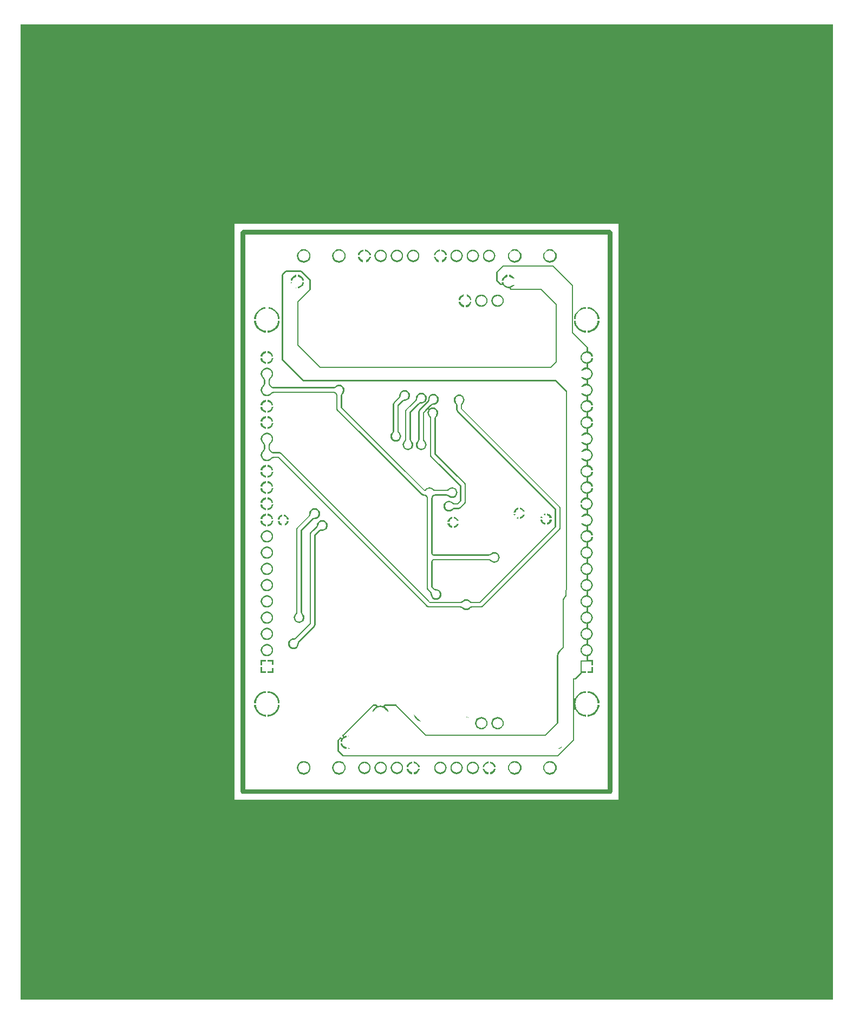
<source format=gbr>
%FSDAX33Y33*%
%MOMM*%
%SFA1B1*%

%IPPOS*%
%AMD1002*
%
%ADD39C,0.499999*%
%ADD41C,2.000001*%
%ADD42C,1.000001*%
%ADD43C,1.524000*%
%ADD44C,1.699999*%
%ADD45C,1.500000*%
%ADD46R,1.500000X1.500000*%
%ADD47C,2.032000*%
%ADD48C,3.500001*%
%ADD49C,1.270000*%
%ADD50C,1.599999*%
%LNbottomlayer-1*%
%LPD*%
G36*
X127000Y152400D02*
X000000D01*
Y000000*
X127000*
Y152400*
G37*
%LNbottomlayer-2*%
%LPC*%
G36*
X033497Y031216D02*
X093497D01*
Y121216*
X033497*
Y031216*
G37*
%LNbottomlayer-3*%
%LPD*%
G36*
X034797Y120273D02*
X092197D01*
X092333Y120246*
X092449Y120168*
X092527Y120053*
X092554Y119916*
Y032516*
X092527Y032380*
X092449Y032264*
X092333Y032186*
X092197Y032159*
X034797*
X034660Y032186*
X034545Y032264*
X034467Y032380*
X034440Y032516*
Y119916*
X034467Y120053*
X034545Y120168*
X034660Y120246*
X034797Y120273*
G37*
%LNbottomlayer-4*%
%LPC*%
G36*
X039794Y052336D02*
X039698Y052339D01*
X039613Y052346*
X039537Y052359*
X039472Y052376*
X039417Y052399*
X039371Y052426*
X039336Y052459*
X039311Y052496*
X039296Y052539*
X039291Y052586*
Y051586*
X039296Y051634*
X039311Y051676*
X039336Y051714*
X039371Y051746*
X039417Y051774*
X039472Y051796*
X039537Y051814*
X039613Y051826*
X039698Y051834*
X039794Y051836*
Y052336*
G37*
G36*
X069267Y110393D02*
X069264Y110323D01*
X069256Y110254*
X069241Y110187*
X069222Y110121*
X069196Y110057*
X069165Y109995*
X069128Y109934*
X069086Y109874*
X069037Y109817*
X068983Y109760*
X070050*
X069996Y109817*
X069948Y109874*
X069906Y109934*
X069869Y109995*
X069838Y110057*
X069812Y110121*
X069792Y110187*
X069778Y110254*
X069770Y110323*
X069767Y110393*
X069267*
G37*
G36*
X054047Y115039D02*
X054050Y115109D01*
X054058Y115178*
X054072Y115245*
X054092Y115311*
X054118Y115375*
X054149Y115437*
X054186Y115498*
X054228Y115558*
X054276Y115616*
X054330Y115672*
X053263*
X053317Y115616*
X053366Y115558*
X053408Y115498*
X053445Y115437*
X053476Y115375*
X053502Y115311*
X053521Y115245*
X053536Y115178*
X053544Y115109*
X053547Y115039*
X054047*
G37*
G36*
X065927D02*
X065930Y115109D01*
X065938Y115178*
X065952Y115245*
X065972Y115311*
X065998Y115375*
X066029Y115437*
X066066Y115498*
X066108Y115558*
X066156Y115616*
X066210Y115672*
X065143*
X065197Y115616*
X065246Y115558*
X065288Y115498*
X065325Y115437*
X065356Y115375*
X065382Y115311*
X065401Y115245*
X065416Y115178*
X065424Y115109*
X065427Y115039*
X065927*
G37*
G36*
X038297Y108998D02*
X038287Y108879D01*
X038258Y108752*
X038209Y108618*
X038141Y108476*
X038053Y108327*
X037946Y108170*
X037819Y108005*
X037507Y107653*
X037322Y107466*
X039772*
X039587Y107653*
X039275Y108005*
X039148Y108170*
X039041Y108327*
X038953Y108476*
X038885Y108618*
X038836Y108752*
X038807Y108879*
X038797Y108998*
X038297*
G37*
G36*
X064927Y114266D02*
X065677Y113766D01*
X066427Y114266*
X066332Y114271*
X066247Y114286*
X066172Y114311*
X066107Y114346*
X066052Y114391*
X066007Y114446*
X065972Y114511*
X065947Y114586*
X065932Y114671*
X065927Y114766*
X065427*
X065422Y114671*
X065407Y114586*
X065382Y114511*
X065347Y114446*
X065302Y114391*
X065247Y114346*
X065182Y114311*
X065107Y114286*
X065022Y114271*
X064927Y114266*
G37*
G36*
X069767Y111866D02*
X069267Y111116D01*
X069767Y110366*
X069772Y110461*
X069787Y110546*
X069812Y110621*
X069847Y110686*
X069892Y110741*
X069947Y110786*
X070012Y110821*
X070087Y110846*
X070172Y110861*
X070267Y110866*
Y111366*
X070172Y111371*
X070087Y111386*
X070012Y111411*
X069947Y111446*
X069892Y111491*
X069847Y111546*
X069812Y111611*
X069787Y111686*
X069772Y111771*
X069767Y111866*
G37*
G36*
X054247Y114620D02*
X053790Y114370D01*
X053853Y114299*
X053903Y114228*
X053938Y114158*
X053959Y114087*
X053967Y114016*
X053959Y113945*
X053938Y113875*
X053903Y113804*
X053853Y113733*
X053790Y113663*
X054247Y113413*
X054319Y113480*
X054394Y113540*
X054472Y113593*
X054553Y113639*
X054637Y113678*
X054724Y113710*
X054814Y113734*
X054906Y113752*
X055002Y113763*
X055100Y113766*
Y114266*
X055002Y114270*
X054906Y114280*
X054814Y114298*
X054724Y114323*
X054637Y114354*
X054553Y114393*
X054472Y114439*
X054394Y114492*
X054319Y114552*
X054247Y114620*
G37*
G36*
X078962Y076266D02*
X078899Y076268D01*
X078839Y076274*
X078781Y076284*
X078726Y076297*
X078674Y076315*
X078624Y076336*
X078576Y076361*
X078532Y076391*
X078490Y076424*
X078450Y076461*
Y075572*
X078490Y075609*
X078532Y075642*
X078576Y075671*
X078624Y075696*
X078674Y075717*
X078726Y075735*
X078781Y075749*
X078839Y075758*
X078899Y075764*
X078962Y075766*
Y076266*
G37*
G36*
X077491Y075157D02*
X077537Y075200D01*
X077584Y075239*
X077632Y075273*
X077680Y075302*
X077730Y075327*
X077780Y075347*
X077831Y075362*
X077883Y075373*
X077937Y075379*
X077991Y075381*
X077362Y076010*
X077360Y075956*
X077354Y075903*
X077343Y075850*
X077327Y075799*
X077307Y075749*
X077283Y075699*
X077253Y075651*
X077219Y075603*
X077181Y075556*
X077138Y075511*
X077491Y075157*
G37*
G36*
X081338Y075621D02*
X081381Y075576D01*
X081419Y075529*
X081453Y075481*
X081483Y075433*
X081507Y075383*
X081527Y075333*
X081543Y075282*
X081554Y075230*
X081560Y075176*
X081562Y075122*
X082191Y075751*
X082137Y075753*
X082083Y075759*
X082031Y075770*
X081980Y075786*
X081930Y075806*
X081880Y075830*
X081832Y075860*
X081784Y075894*
X081737Y075932*
X081692Y075975*
X081338Y075621*
G37*
G36*
X068629Y074833D02*
X068566Y074835D01*
X068506Y074841*
X068448Y074851*
X068393Y074864*
X068341Y074882*
X068291Y074903*
X068243Y074928*
X068199Y074958*
X068157Y074991*
X068117Y075028*
Y074139*
X068157Y074176*
X068199Y074209*
X068243Y074238*
X068291Y074263*
X068341Y074284*
X068393Y074302*
X068448Y074316*
X068506Y074325*
X068566Y074331*
X068629Y074333*
Y074833*
G37*
G36*
X041347Y073951D02*
X041349Y074014D01*
X041355Y074074*
X041364Y074132*
X041378Y074187*
X041396Y074239*
X041417Y074289*
X041442Y074337*
X041471Y074381*
X041504Y074423*
X041541Y074463*
X040652*
X040689Y074423*
X040722Y074381*
X040752Y074337*
X040777Y074289*
X040798Y074239*
X040816Y074187*
X040829Y074132*
X040839Y074074*
X040845Y074014*
X040847Y073951*
X041347*
G37*
G36*
X035154Y032873D02*
X091840D01*
Y119559*
X035154*
Y032873*
G37*
%LNbottomlayer-5*%
%LPD*%
G36*
X046021Y076782D02*
X046239Y076754D01*
X046442Y076669*
X046616Y076536*
X046750Y076361*
X046834Y076158*
X046863Y075940*
X046834Y075722*
X046750Y075519*
X046616Y075345*
X046442Y075211*
X046239Y075127*
X046021Y075098*
X046000Y075101*
X045976Y075100*
X045940Y075096*
X045906Y075088*
X045871Y075078*
X045837Y075064*
X045803Y075047*
X045768Y075026*
X045732Y075001*
X045722Y074992*
X044056Y073326*
Y060587*
X044057Y060575*
X044064Y060532*
X044074Y060492*
X044086Y060455*
X044101Y060421*
X044118Y060390*
X044137Y060360*
X044159Y060332*
X044176Y060314*
X044192Y060302*
X044326Y060127*
X044410Y059924*
X044439Y059706*
X044410Y059488*
X044326Y059285*
X044192Y059111*
X044018Y058977*
X043815Y058893*
X043597Y058864*
X043379Y058893*
X043176Y058977*
X043001Y059111*
X042868Y059285*
X042783Y059488*
X042755Y059706*
X042783Y059924*
X042868Y060127*
X043001Y060302*
X043018Y060314*
X043035Y060332*
X043057Y060360*
X043076Y060390*
X043093Y060421*
X043108Y060455*
X043120Y060492*
X043130Y060532*
X043137Y060575*
X043138Y060587*
Y073516*
X043173Y073692*
X043272Y073841*
X045073Y075641*
X045081Y075651*
X045107Y075687*
X045128Y075722*
X045145Y075756*
X045159Y075791*
X045169Y075825*
X045176Y075860*
X045181Y075895*
X045181Y075919*
X045179Y075940*
X045207Y076158*
X045292Y076361*
X045425Y076536*
X045600Y076669*
X045803Y076754*
X046021Y076782*
G37*
G36*
X038547Y063204D02*
X038795Y063172D01*
X039026Y063076*
X039224Y062924*
X039377Y062725*
X039472Y062494*
X039505Y062246*
X039472Y061998*
X039377Y061767*
X039224Y061569*
X039026Y061416*
X038795Y061321*
X038547Y061288*
X038299Y061321*
X038068Y061416*
X037869Y061569*
X037717Y061767*
X037621Y061998*
X037589Y062246*
X037621Y062494*
X037717Y062725*
X037869Y062924*
X038068Y063076*
X038299Y063172*
X038547Y063204*
G37*
G36*
Y058124D02*
X038795Y058092D01*
X039026Y057996*
X039224Y057844*
X039377Y057645*
X039472Y057414*
X039505Y057166*
X039472Y056918*
X039377Y056687*
X039224Y056489*
X039026Y056336*
X038795Y056241*
X038547Y056208*
X038299Y056241*
X038068Y056336*
X037869Y056489*
X037717Y056687*
X037621Y056918*
X037589Y057166*
X037621Y057414*
X037717Y057645*
X037869Y057844*
X038068Y057996*
X038299Y058092*
X038547Y058124*
G37*
G36*
Y060664D02*
X038795Y060632D01*
X039026Y060536*
X039224Y060384*
X039377Y060185*
X039472Y059954*
X039505Y059706*
X039472Y059458*
X039377Y059227*
X039224Y059029*
X039026Y058876*
X038795Y058781*
X038547Y058748*
X038299Y058781*
X038068Y058876*
X037869Y059029*
X037717Y059227*
X037621Y059458*
X037589Y059706*
X037621Y059954*
X037717Y060185*
X037869Y060384*
X038068Y060536*
X038299Y060632*
X038547Y060664*
G37*
G36*
Y070824D02*
X038795Y070792D01*
X039026Y070696*
X039224Y070544*
X039377Y070345*
X039472Y070114*
X039505Y069866*
X039472Y069618*
X039377Y069387*
X039224Y069189*
X039026Y069036*
X038795Y068941*
X038547Y068908*
X038299Y068941*
X038068Y069036*
X037869Y069189*
X037717Y069387*
X037621Y069618*
X037589Y069866*
X037621Y070114*
X037717Y070345*
X037869Y070544*
X038068Y070696*
X038299Y070792*
X038547Y070824*
G37*
G36*
Y073364D02*
X038795Y073332D01*
X039026Y073236*
X039224Y073084*
X039377Y072885*
X039472Y072654*
X039505Y072406*
X039472Y072158*
X039377Y071927*
X039224Y071729*
X039026Y071576*
X038795Y071481*
X038547Y071448*
X038299Y071481*
X038068Y071576*
X037869Y071729*
X037717Y071927*
X037621Y072158*
X037589Y072406*
X037621Y072654*
X037717Y072885*
X037869Y073084*
X038068Y073236*
X038299Y073332*
X038547Y073364*
G37*
G36*
Y065744D02*
X038795Y065712D01*
X039026Y065616*
X039224Y065464*
X039377Y065265*
X039472Y065034*
X039505Y064786*
X039472Y064538*
X039377Y064307*
X039224Y064109*
X039026Y063956*
X038795Y063861*
X038547Y063828*
X038299Y063861*
X038068Y063956*
X037869Y064109*
X037717Y064307*
X037621Y064538*
X037589Y064786*
X037621Y065034*
X037717Y065265*
X037869Y065464*
X038068Y065616*
X038299Y065712*
X038547Y065744*
G37*
G36*
Y068284D02*
X038795Y068252D01*
X039026Y068156*
X039224Y068004*
X039377Y067805*
X039472Y067574*
X039505Y067326*
X039472Y067078*
X039377Y066847*
X039224Y066649*
X039026Y066496*
X038795Y066401*
X038547Y066368*
X038299Y066401*
X038068Y066496*
X037869Y066649*
X037717Y066847*
X037621Y067078*
X037589Y067326*
X037621Y067574*
X037717Y067805*
X037869Y068004*
X038068Y068156*
X038299Y068252*
X038547Y068284*
G37*
G36*
X038674Y051959D02*
X039551D01*
Y051082*
X038674*
Y051959*
G37*
G36*
X037543D02*
X038420D01*
Y051082*
X037543*
Y051959*
G37*
G36*
X038420Y048217D02*
Y046343D01*
X036546*
X036572Y046609*
X036686Y046987*
X036873Y047335*
X037123Y047640*
X037428Y047890*
X037776Y048076*
X038154Y048191*
X038420Y048217*
G37*
G36*
X088674Y051959D02*
X089551D01*
Y051082*
X088674*
Y051959*
G37*
G36*
X038547Y055584D02*
X038795Y055552D01*
X039026Y055456*
X039224Y055304*
X039377Y055105*
X039472Y054874*
X039505Y054626*
X039472Y054378*
X039377Y054147*
X039224Y053949*
X039026Y053796*
X038795Y053701*
X038547Y053668*
X038299Y053701*
X038068Y053796*
X037869Y053949*
X037717Y054147*
X037621Y054378*
X037589Y054626*
X037621Y054874*
X037717Y055105*
X037869Y055304*
X038068Y055456*
X038299Y055552*
X038547Y055584*
G37*
G36*
X047197Y074958D02*
X047415Y074930D01*
X047618Y074845*
X047792Y074712*
X047926Y074537*
X048010Y074334*
X048039Y074116*
X048010Y073898*
X047926Y073695*
X047792Y073521*
X047618Y073387*
X047415Y073303*
X047197Y073274*
X047119Y073284*
X047105Y073282*
X047062Y073286*
X047030Y073285*
X046999Y073281*
X046968Y073274*
X046937Y073263*
X046906Y073249*
X046873Y073230*
X046839Y073207*
X046827Y073197*
X046156Y072526*
Y058616*
X046121Y058441*
X046021Y058292*
X043644Y055915*
X043636Y055905*
X043611Y055869*
X043590Y055834*
X043573Y055800*
X043559Y055766*
X043549Y055731*
X043541Y055696*
X043537Y055661*
X043536Y055637*
X043539Y055616*
X043510Y055398*
X043426Y055195*
X043292Y055021*
X043118Y054887*
X042915Y054803*
X042697Y054774*
X042479Y054803*
X042276Y054887*
X042101Y055021*
X041968Y055195*
X041883Y055398*
X041855Y055616*
X041883Y055834*
X041968Y056037*
X042101Y056212*
X042276Y056345*
X042479Y056430*
X042697Y056458*
X042718Y056456*
X042742Y056456*
X042777Y056461*
X042812Y056468*
X042846Y056478*
X042881Y056492*
X042915Y056509*
X042950Y056530*
X042986Y056556*
X042996Y056564*
X045238Y058806*
Y072716*
X045273Y072892*
X045372Y073041*
X046230Y073898*
X046235Y073904*
X046263Y073941*
X046286Y073978*
X046307Y074014*
X046324Y074051*
X046338Y074088*
X046349Y074125*
X046357Y074163*
X046363Y074209*
X046369Y074226*
X046383Y074334*
X046468Y074537*
X046601Y074712*
X046776Y074845*
X046979Y074930*
X047197Y074958*
G37*
G36*
X038674Y053090D02*
X039551D01*
Y052213*
X038674*
Y053090*
G37*
G36*
X037543D02*
X038420D01*
Y052213*
X037543*
Y053090*
G37*
G36*
X041224Y075796D02*
X041329Y075782D01*
X041545Y075693*
X041731Y075550*
X041873Y075364*
X041963Y075148*
X041977Y075043*
X041224*
Y075796*
G37*
G36*
X040970D02*
Y075043D01*
X040217*
X040231Y075148*
X040320Y075364*
X040463Y075550*
X040649Y075693*
X040865Y075782*
X040970Y075796*
G37*
G36*
X067791Y075463D02*
X067896Y075449D01*
X068112Y075360*
X068298Y075217*
X068440Y075031*
X068530Y074815*
X068544Y074710*
X067791*
Y075463*
G37*
G36*
X067537D02*
Y074710D01*
X066784*
X066798Y074815*
X066887Y075031*
X067030Y075217*
X067216Y075360*
X067432Y075449*
X067537Y075463*
G37*
G36*
X078124Y075889D02*
X078877D01*
X078863Y075784*
X078773Y075568*
X078631Y075382*
X078445Y075240*
X078229Y075150*
X078124Y075136*
Y075889*
G37*
G36*
X077117D02*
X077870D01*
Y075136*
X077765Y075150*
X077549Y075240*
X077363Y075382*
X077220Y075568*
X077131Y075784*
X077117Y075889*
G37*
G36*
X038674Y075942D02*
X038809Y075924D01*
X039053Y075823*
X039263Y075662*
X039424Y075452*
X039525Y075208*
X039543Y075073*
X038674*
Y075942*
G37*
G36*
X038420D02*
Y075073D01*
X037551*
X037569Y075208*
X037670Y075452*
X037831Y075662*
X038041Y075823*
X038285Y075924*
X038420Y075942*
G37*
G36*
X037551Y074819D02*
X038420D01*
Y073950*
X038285Y073968*
X038041Y074069*
X037831Y074230*
X037670Y074440*
X037569Y074684*
X037551Y074819*
G37*
G36*
X038674D02*
X039543D01*
X039525Y074684*
X039424Y074440*
X039263Y074230*
X039053Y074069*
X038809Y073968*
X038674Y073950*
Y074819*
G37*
G36*
X067791Y074456D02*
X068544D01*
X068530Y074351*
X068440Y074135*
X068298Y073949*
X068112Y073807*
X067896Y073717*
X067791Y073703*
Y074456*
G37*
G36*
X066784D02*
X067537D01*
Y073703*
X067432Y073717*
X067216Y073807*
X067030Y073949*
X066887Y074135*
X066798Y074351*
X066784Y074456*
G37*
G36*
X082324Y074989D02*
X083077D01*
X083063Y074884*
X082973Y074668*
X082831Y074482*
X082645Y074340*
X082429Y074250*
X082324Y074236*
Y074989*
G37*
G36*
X081317D02*
X082070D01*
Y074236*
X081965Y074250*
X081749Y074340*
X081563Y074482*
X081420Y074668*
X081331Y074884*
X081317Y074989*
G37*
G36*
X041224Y074789D02*
X041977D01*
X041963Y074684*
X041873Y074468*
X041731Y074282*
X041545Y074140*
X041329Y074050*
X041224Y074036*
Y074789*
G37*
G36*
X040217D02*
X040970D01*
Y074036*
X040865Y074050*
X040649Y074140*
X040463Y074282*
X040320Y074468*
X040231Y074684*
X040217Y074789*
G37*
G36*
X038674Y048217D02*
X038940Y048191D01*
X039318Y048076*
X039666Y047890*
X039971Y047640*
X040221Y047335*
X040407Y046987*
X040522Y046609*
X040548Y046343*
X038674*
Y048217*
G37*
G36*
X065677Y037186D02*
X065928Y037153D01*
X066162Y037056*
X066363Y036902*
X066517Y036701*
X066614Y036467*
X066647Y036216*
X066614Y035965*
X066517Y035731*
X066363Y035530*
X066162Y035376*
X065928Y035279*
X065677Y035246*
X065426Y035279*
X065192Y035376*
X064991Y035530*
X064837Y035731*
X064740Y035965*
X064707Y036216*
X064740Y036467*
X064837Y036701*
X064991Y036902*
X065192Y037056*
X065426Y037153*
X065677Y037186*
G37*
G36*
X058877D02*
X059128Y037153D01*
X059362Y037056*
X059563Y036902*
X059717Y036701*
X059814Y036467*
X059847Y036216*
X059814Y035965*
X059717Y035731*
X059563Y035530*
X059362Y035376*
X059128Y035279*
X058877Y035246*
X058626Y035279*
X058392Y035376*
X058191Y035530*
X058037Y035731*
X057940Y035965*
X057907Y036216*
X057940Y036467*
X058037Y036701*
X058191Y036902*
X058392Y037056*
X058626Y037153*
X058877Y037186*
G37*
G36*
X070757D02*
X071008Y037153D01*
X071242Y037056*
X071443Y036902*
X071597Y036701*
X071694Y036467*
X071727Y036216*
X071694Y035965*
X071597Y035731*
X071443Y035530*
X071242Y035376*
X071008Y035279*
X070757Y035246*
X070506Y035279*
X070272Y035376*
X070071Y035530*
X069917Y035731*
X069820Y035965*
X069787Y036216*
X069820Y036467*
X069917Y036701*
X070071Y036902*
X070272Y037056*
X070506Y037153*
X070757Y037186*
G37*
G36*
X068217D02*
X068468Y037153D01*
X068702Y037056*
X068903Y036902*
X069057Y036701*
X069154Y036467*
X069187Y036216*
X069154Y035965*
X069057Y035731*
X068903Y035530*
X068702Y035376*
X068468Y035279*
X068217Y035246*
X067966Y035279*
X067732Y035376*
X067531Y035530*
X067377Y035731*
X067280Y035965*
X067247Y036216*
X067280Y036467*
X067377Y036701*
X067531Y036902*
X067732Y037056*
X067966Y037153*
X068217Y037186*
G37*
G36*
X073424Y037224D02*
X073562Y037206D01*
X073809Y037104*
X074022Y036941*
X074184Y036728*
X074287Y036481*
X074305Y036343*
X073424*
Y037224*
G37*
G36*
X073170D02*
Y036343D01*
X072289*
X072307Y036481*
X072409Y036728*
X072572Y036941*
X072784Y037104*
X073032Y037206*
X073170Y037224*
G37*
G36*
X056337Y037186D02*
X056588Y037153D01*
X056822Y037056*
X057023Y036902*
X057177Y036701*
X057274Y036467*
X057307Y036216*
X057274Y035965*
X057177Y035731*
X057023Y035530*
X056822Y035376*
X056588Y035279*
X056337Y035246*
X056086Y035279*
X055852Y035376*
X055651Y035530*
X055497Y035731*
X055400Y035965*
X055367Y036216*
X055400Y036467*
X055497Y036701*
X055651Y036902*
X055852Y037056*
X056086Y037153*
X056337Y037186*
G37*
G36*
X053797D02*
X054048Y037153D01*
X054282Y037056*
X054483Y036902*
X054637Y036701*
X054734Y036467*
X054767Y036216*
X054734Y035965*
X054637Y035731*
X054483Y035530*
X054282Y035376*
X054048Y035279*
X053797Y035246*
X053546Y035279*
X053312Y035376*
X053111Y035530*
X052957Y035731*
X052860Y035965*
X052827Y036216*
X052860Y036467*
X052957Y036701*
X053111Y036902*
X053312Y037056*
X053546Y037153*
X053797Y037186*
G37*
G36*
X049797Y037275D02*
X050071Y037239D01*
X050326Y037133*
X050546Y036965*
X050714Y036746*
X050820Y036490*
X050856Y036216*
X050820Y035942*
X050714Y035687*
X050546Y035467*
X050326Y035299*
X050071Y035193*
X049797Y035157*
X049523Y035193*
X049267Y035299*
X049048Y035467*
X048880Y035687*
X048774Y035942*
X048738Y036216*
X048774Y036490*
X048880Y036746*
X049048Y036965*
X049267Y037133*
X049523Y037239*
X049797Y037275*
G37*
G36*
X044297D02*
X044571Y037239D01*
X044826Y037133*
X045046Y036965*
X045214Y036746*
X045320Y036490*
X045356Y036216*
X045320Y035942*
X045214Y035687*
X045046Y035467*
X044826Y035299*
X044571Y035193*
X044297Y035157*
X044023Y035193*
X043767Y035299*
X043548Y035467*
X043380Y035687*
X043274Y035942*
X043238Y036216*
X043274Y036490*
X043380Y036746*
X043548Y036965*
X043767Y037133*
X044023Y037239*
X044297Y037275*
G37*
G36*
X082797D02*
X083071Y037239D01*
X083326Y037133*
X083546Y036965*
X083714Y036746*
X083820Y036490*
X083856Y036216*
X083820Y035942*
X083714Y035687*
X083546Y035467*
X083326Y035299*
X083071Y035193*
X082797Y035157*
X082523Y035193*
X082267Y035299*
X082048Y035467*
X081880Y035687*
X081774Y035942*
X081738Y036216*
X081774Y036490*
X081880Y036746*
X082048Y036965*
X082267Y037133*
X082523Y037239*
X082797Y037275*
G37*
G36*
X077297D02*
X077571Y037239D01*
X077826Y037133*
X078046Y036965*
X078214Y036746*
X078320Y036490*
X078356Y036216*
X078320Y035942*
X078214Y035687*
X078046Y035467*
X077826Y035299*
X077571Y035193*
X077297Y035157*
X077023Y035193*
X076767Y035299*
X076548Y035467*
X076380Y035687*
X076274Y035942*
X076238Y036216*
X076274Y036490*
X076380Y036746*
X076548Y036965*
X076767Y037133*
X077023Y037239*
X077297Y037275*
G37*
G36*
X061544Y036089D02*
X062425D01*
X062407Y035951*
X062304Y035704*
X062142Y035491*
X061929Y035329*
X061682Y035226*
X061544Y035208*
Y036089*
G37*
G36*
X060409D02*
X061290D01*
Y035208*
X061152Y035226*
X060905Y035329*
X060692Y035491*
X060529Y035704*
X060427Y035951*
X060409Y036089*
G37*
G36*
X073424D02*
X074305D01*
X074287Y035951*
X074184Y035704*
X074022Y035491*
X073809Y035329*
X073562Y035226*
X073424Y035208*
Y036089*
G37*
G36*
X072289D02*
X073170D01*
Y035208*
X073032Y035226*
X072784Y035329*
X072572Y035491*
X072409Y035704*
X072307Y035951*
X072289Y036089*
G37*
G36*
X038674Y046089D02*
X040548D01*
X040522Y045823*
X040407Y045445*
X040221Y045097*
X039971Y044792*
X039666Y044542*
X039318Y044356*
X038940Y044241*
X038674Y044215*
Y046089*
G37*
G36*
X036546D02*
X038420D01*
Y044215*
X038154Y044241*
X037776Y044356*
X037428Y044542*
X037123Y044792*
X036873Y045097*
X036686Y045445*
X036572Y045823*
X036546Y046089*
G37*
G36*
X062924Y044589D02*
X064061D01*
X064034Y044385*
X063906Y044076*
X063703Y043810*
X063437Y043607*
X063128Y043479*
X062924Y043452*
Y044589*
G37*
G36*
X061533D02*
X062670D01*
Y043452*
X062465Y043479*
X062156Y043607*
X061891Y043810*
X061688Y044076*
X061560Y044385*
X061533Y044589*
G37*
G36*
X062670Y045980D02*
Y044843D01*
X061533*
X061560Y045048*
X061688Y045357*
X061891Y045622*
X062156Y045825*
X062465Y045953*
X062670Y045980*
G37*
G36*
X088674Y048217D02*
X088940Y048191D01*
X089318Y048076*
X089666Y047890*
X089971Y047640*
X090221Y047335*
X090407Y046987*
X090522Y046609*
X090548Y046343*
X088674*
Y048217*
G37*
G36*
Y046089D02*
X090548D01*
X090522Y045823*
X090407Y045445*
X090221Y045097*
X089971Y044792*
X089666Y044542*
X089318Y044356*
X088940Y044241*
X088674Y044215*
Y046089*
G37*
G36*
X062924Y045980D02*
X063128Y045953D01*
X063437Y045825*
X063703Y045622*
X063906Y045357*
X064034Y045048*
X064061Y044843*
X062924*
Y045980*
G37*
G36*
X068509Y043089D02*
X069390D01*
Y042208*
X069252Y042226*
X069004Y042329*
X068792Y042491*
X068629Y042704*
X068527Y042951*
X068509Y043089*
G37*
G36*
X069644D02*
X070525D01*
X070507Y042951*
X070404Y042704*
X070241Y042491*
X070029Y042329*
X069782Y042226*
X069644Y042208*
Y043089*
G37*
G36*
X061544Y037224D02*
X061682Y037206D01*
X061929Y037104*
X062142Y036941*
X062304Y036728*
X062407Y036481*
X062425Y036343*
X061544*
Y037224*
G37*
G36*
X061290D02*
Y036343D01*
X060409*
X060427Y036481*
X060529Y036728*
X060692Y036941*
X060905Y037104*
X061152Y037206*
X061290Y037224*
G37*
G36*
X069644Y044224D02*
X069782Y044206D01*
X070029Y044104*
X070241Y043941*
X070404Y043728*
X070507Y043481*
X070525Y043343*
X069644*
Y044224*
G37*
G36*
X069390D02*
Y043343D01*
X068509*
X068527Y043481*
X068629Y043728*
X068792Y043941*
X069004Y044104*
X069252Y044206*
X069390Y044224*
G37*
G36*
X074597Y044186D02*
X074848Y044153D01*
X075082Y044056*
X075283Y043902*
X075437Y043701*
X075534Y043467*
X075567Y043216*
X075534Y042965*
X075437Y042731*
X075283Y042530*
X075082Y042376*
X074848Y042279*
X074597Y042246*
X074346Y042279*
X074112Y042376*
X073911Y042530*
X073757Y042731*
X073660Y042965*
X073627Y043216*
X073660Y043467*
X073757Y043701*
X073911Y043902*
X074112Y044056*
X074346Y044153*
X074597Y044186*
G37*
G36*
X072057D02*
X072308Y044153D01*
X072542Y044056*
X072743Y043902*
X072897Y043701*
X072994Y043467*
X073027Y043216*
X072994Y042965*
X072897Y042731*
X072743Y042530*
X072542Y042376*
X072308Y042279*
X072057Y042246*
X071806Y042279*
X071572Y042376*
X071371Y042530*
X071217Y042731*
X071120Y042965*
X071087Y043216*
X071120Y043467*
X071217Y043701*
X071371Y043902*
X071572Y044056*
X071806Y044153*
X072057Y044186*
G37*
G36*
X082324Y075996D02*
X082429Y075982D01*
X082645Y075893*
X082831Y075750*
X082973Y075564*
X083063Y075348*
X083077Y075243*
X082324*
Y075996*
G37*
G36*
X074597Y110186D02*
X074848Y110153D01*
X075082Y110056*
X075283Y109902*
X075437Y109701*
X075534Y109467*
X075567Y109216*
X075534Y108965*
X075437Y108731*
X075283Y108530*
X075082Y108376*
X074848Y108279*
X074597Y108246*
X074346Y108279*
X074112Y108376*
X073911Y108530*
X073757Y108731*
X073660Y108965*
X073627Y109216*
X073660Y109467*
X073757Y109701*
X073911Y109902*
X074112Y110056*
X074346Y110153*
X074597Y110186*
G37*
G36*
X072057D02*
X072308Y110153D01*
X072542Y110056*
X072743Y109902*
X072897Y109701*
X072994Y109467*
X073027Y109216*
X072994Y108965*
X072897Y108731*
X072743Y108530*
X072542Y108376*
X072308Y108279*
X072057Y108246*
X071806Y108279*
X071572Y108376*
X071371Y108530*
X071217Y108731*
X071120Y108965*
X071087Y109216*
X071120Y109467*
X071217Y109701*
X071371Y109902*
X071572Y110056*
X071806Y110153*
X072057Y110186*
G37*
G36*
X068509Y109089D02*
X069390D01*
Y108208*
X069252Y108226*
X069004Y108329*
X068792Y108491*
X068629Y108704*
X068527Y108951*
X068509Y109089*
G37*
G36*
X069644D02*
X070525D01*
X070507Y108951*
X070404Y108704*
X070241Y108491*
X070029Y108329*
X069782Y108226*
X069644Y108208*
Y109089*
G37*
G36*
X082797Y117275D02*
X083071Y117239D01*
X083326Y117133*
X083546Y116965*
X083714Y116746*
X083820Y116490*
X083856Y116216*
X083820Y115942*
X083714Y115687*
X083546Y115467*
X083326Y115299*
X083071Y115193*
X082797Y115157*
X082523Y115193*
X082267Y115299*
X082048Y115467*
X081880Y115687*
X081774Y115942*
X081738Y116216*
X081774Y116490*
X081880Y116746*
X082048Y116965*
X082267Y117133*
X082523Y117239*
X082797Y117275*
G37*
G36*
X077297D02*
X077571Y117239D01*
X077826Y117133*
X078046Y116965*
X078214Y116746*
X078320Y116490*
X078356Y116216*
X078320Y115942*
X078214Y115687*
X078046Y115467*
X077826Y115299*
X077571Y115193*
X077297Y115157*
X077023Y115193*
X076767Y115299*
X076548Y115467*
X076380Y115687*
X076274Y115942*
X076238Y116216*
X076274Y116490*
X076380Y116746*
X076548Y116965*
X076767Y117133*
X077023Y117239*
X077297Y117275*
G37*
G36*
X069644Y110224D02*
X069782Y110206D01*
X070029Y110104*
X070241Y109941*
X070404Y109728*
X070507Y109481*
X070525Y109343*
X069644*
Y110224*
G37*
G36*
X069390D02*
Y109343D01*
X068509*
X068527Y109481*
X068629Y109728*
X068792Y109941*
X069004Y110104*
X069252Y110206*
X069390Y110224*
G37*
G36*
X038674Y106089D02*
X040548D01*
X040522Y105823*
X040407Y105445*
X040221Y105097*
X039971Y104792*
X039666Y104542*
X039318Y104356*
X038940Y104241*
X038674Y104215*
Y106089*
G37*
G36*
X036546D02*
X038420D01*
Y104215*
X038154Y104241*
X037776Y104356*
X037428Y104542*
X037123Y104792*
X036873Y105097*
X036686Y105445*
X036572Y105823*
X036546Y106089*
G37*
G36*
X088674D02*
X090548D01*
X090522Y105823*
X090407Y105445*
X090221Y105097*
X089971Y104792*
X089666Y104542*
X089318Y104356*
X088940Y104241*
X088674Y104215*
Y106089*
G37*
G36*
X086546D02*
X088420D01*
Y104215*
X088154Y104241*
X087776Y104356*
X087428Y104542*
X087123Y104792*
X086873Y105097*
X086686Y105445*
X086572Y105823*
X086546Y106089*
G37*
G36*
X038674Y108217D02*
X038940Y108191D01*
X039318Y108077*
X039666Y107890*
X039971Y107640*
X040221Y107335*
X040407Y106987*
X040522Y106609*
X040548Y106343*
X038674*
Y108217*
G37*
G36*
X038420D02*
Y106343D01*
X036546*
X036572Y106609*
X036686Y106987*
X036873Y107335*
X037123Y107640*
X037428Y107890*
X037776Y108077*
X038154Y108191*
X038420Y108217*
G37*
G36*
X088674D02*
X088940Y108191D01*
X089318Y108077*
X089666Y107890*
X089971Y107640*
X090221Y107335*
X090407Y106987*
X090522Y106609*
X090548Y106343*
X088674*
Y108217*
G37*
G36*
X088420D02*
Y106343D01*
X086546*
X086572Y106609*
X086686Y106987*
X086873Y107335*
X087123Y107640*
X087428Y107890*
X087776Y108077*
X088154Y108191*
X088420Y108217*
G37*
G36*
X058877Y117186D02*
X059128Y117153D01*
X059362Y117056*
X059563Y116902*
X059717Y116701*
X059814Y116467*
X059847Y116216*
X059814Y115965*
X059717Y115731*
X059563Y115530*
X059362Y115376*
X059128Y115279*
X058877Y115246*
X058626Y115279*
X058392Y115376*
X058191Y115530*
X058037Y115731*
X057940Y115965*
X057907Y116216*
X057940Y116467*
X058037Y116701*
X058191Y116902*
X058392Y117056*
X058626Y117153*
X058877Y117186*
G37*
G36*
X056337D02*
X056588Y117153D01*
X056822Y117056*
X057023Y116902*
X057177Y116701*
X057274Y116467*
X057307Y116216*
X057274Y115965*
X057177Y115731*
X057023Y115530*
X056822Y115376*
X056588Y115279*
X056337Y115246*
X056086Y115279*
X055852Y115376*
X055651Y115530*
X055497Y115731*
X055400Y115965*
X055367Y116216*
X055400Y116467*
X055497Y116701*
X055651Y116902*
X055852Y117056*
X056086Y117153*
X056337Y117186*
G37*
G36*
X068217D02*
X068468Y117153D01*
X068702Y117056*
X068903Y116902*
X069057Y116701*
X069154Y116467*
X069187Y116216*
X069154Y115965*
X069057Y115731*
X068903Y115530*
X068702Y115376*
X068468Y115279*
X068217Y115246*
X067966Y115279*
X067732Y115376*
X067531Y115530*
X067377Y115731*
X067280Y115965*
X067247Y116216*
X067280Y116467*
X067377Y116701*
X067531Y116902*
X067732Y117056*
X067966Y117153*
X068217Y117186*
G37*
G36*
X061417D02*
X061668Y117153D01*
X061902Y117056*
X062103Y116902*
X062257Y116701*
X062354Y116467*
X062387Y116216*
X062354Y115965*
X062257Y115731*
X062103Y115530*
X061902Y115376*
X061668Y115279*
X061417Y115246*
X061166Y115279*
X060932Y115376*
X060731Y115530*
X060577Y115731*
X060480Y115965*
X060447Y116216*
X060480Y116467*
X060577Y116701*
X060731Y116902*
X060932Y117056*
X061166Y117153*
X061417Y117186*
G37*
G36*
X053670Y117224D02*
Y116343D01*
X052789*
X052807Y116481*
X052909Y116728*
X053072Y116941*
X053285Y117104*
X053532Y117206*
X053670Y117224*
G37*
G36*
X065550D02*
Y116343D01*
X064669*
X064687Y116481*
X064789Y116728*
X064952Y116941*
X065164Y117104*
X065412Y117206*
X065550Y117224*
G37*
G36*
X065804D02*
X065942Y117206D01*
X066189Y117104*
X066402Y116941*
X066564Y116728*
X066667Y116481*
X066685Y116343*
X065804*
Y117224*
G37*
G36*
X053924D02*
X054062Y117206D01*
X054309Y117104*
X054522Y116941*
X054684Y116728*
X054787Y116481*
X054805Y116343*
X053924*
Y117224*
G37*
G36*
X052789Y116089D02*
X053670D01*
Y115208*
X053532Y115226*
X053285Y115329*
X053072Y115491*
X052909Y115704*
X052807Y115951*
X052789Y116089*
G37*
G36*
X065804D02*
X066685D01*
X066667Y115951*
X066564Y115704*
X066402Y115491*
X066189Y115329*
X065942Y115226*
X065804Y115208*
Y116089*
G37*
G36*
X049797Y117275D02*
X050071Y117239D01*
X050326Y117133*
X050546Y116965*
X050714Y116746*
X050820Y116490*
X050856Y116216*
X050820Y115942*
X050714Y115687*
X050546Y115467*
X050326Y115299*
X050071Y115193*
X049797Y115157*
X049523Y115193*
X049267Y115299*
X049048Y115467*
X048880Y115687*
X048774Y115942*
X048738Y116216*
X048774Y116490*
X048880Y116746*
X049048Y116965*
X049267Y117133*
X049523Y117239*
X049797Y117275*
G37*
G36*
X044297D02*
X044571Y117239D01*
X044826Y117133*
X045046Y116965*
X045214Y116746*
X045320Y116490*
X045356Y116216*
X045320Y115942*
X045214Y115687*
X045046Y115467*
X044826Y115299*
X044571Y115193*
X044297Y115157*
X044023Y115193*
X043767Y115299*
X043548Y115467*
X043380Y115687*
X043274Y115942*
X043238Y116216*
X043274Y116490*
X043380Y116746*
X043548Y116965*
X043767Y117133*
X044023Y117239*
X044297Y117275*
G37*
G36*
X073297Y117186D02*
X073548Y117153D01*
X073782Y117056*
X073983Y116902*
X074137Y116701*
X074234Y116467*
X074267Y116216*
X074234Y115965*
X074137Y115731*
X073983Y115530*
X073782Y115376*
X073548Y115279*
X073297Y115246*
X073046Y115279*
X072812Y115376*
X072611Y115530*
X072457Y115731*
X072360Y115965*
X072327Y116216*
X072360Y116467*
X072457Y116701*
X072611Y116902*
X072812Y117056*
X073046Y117153*
X073297Y117186*
G37*
G36*
X070757D02*
X071008Y117153D01*
X071242Y117056*
X071443Y116902*
X071597Y116701*
X071694Y116467*
X071727Y116216*
X071694Y115965*
X071597Y115731*
X071443Y115530*
X071242Y115376*
X071008Y115279*
X070757Y115246*
X070506Y115279*
X070272Y115376*
X070071Y115530*
X069917Y115731*
X069820Y115965*
X069787Y116216*
X069820Y116467*
X069917Y116701*
X070071Y116902*
X070272Y117056*
X070506Y117153*
X070757Y117186*
G37*
G36*
X064669Y116089D02*
X065550D01*
Y115208*
X065412Y115226*
X065164Y115329*
X064952Y115491*
X064789Y115704*
X064687Y115951*
X064669Y116089*
G37*
G36*
X053924D02*
X054805D01*
X054787Y115951*
X054684Y115704*
X054522Y115491*
X054309Y115329*
X054062Y115226*
X053924Y115208*
Y116089*
G37*
G36*
X038420Y101342D02*
Y100473D01*
X037551*
X037569Y100608*
X037670Y100852*
X037831Y101062*
X038041Y101223*
X038285Y101324*
X038420Y101342*
G37*
G36*
Y081022D02*
Y080153D01*
X037551*
X037569Y080288*
X037670Y080532*
X037831Y080742*
X038041Y080903*
X038285Y081004*
X038420Y081022*
G37*
G36*
X037551Y082439D02*
X038420D01*
Y081570*
X038285Y081588*
X038041Y081689*
X037831Y081850*
X037670Y082060*
X037569Y082304*
X037551Y082439*
G37*
G36*
X038674Y079899D02*
X039543D01*
X039525Y079764*
X039424Y079520*
X039263Y079310*
X039053Y079149*
X038809Y079048*
X038674Y079030*
Y079899*
G37*
G36*
Y081022D02*
X038809Y081004D01*
X039053Y080903*
X039263Y080742*
X039424Y080532*
X039525Y080288*
X039543Y080153*
X038674*
Y081022*
G37*
G36*
X038420Y083562D02*
Y082693D01*
X037551*
X037569Y082828*
X037670Y083072*
X037831Y083282*
X038041Y083443*
X038285Y083544*
X038420Y083562*
G37*
G36*
X068597Y094558D02*
X068815Y094530D01*
X069018Y094445*
X069192Y094312*
X069326Y094137*
X069410Y093934*
X069439Y093716*
X069410Y093498*
X069326Y093295*
X069192Y093121*
X069176Y093108*
X069159Y093090*
X069137Y093062*
X069118Y093032*
X069101Y093001*
X069086Y092967*
X069074Y092930*
X069064Y092891*
X069057Y092848*
X069056Y092835*
Y092406*
X084321Y077141*
X084421Y076992*
X084456Y076816*
Y073716*
X084421Y073541*
X084321Y073392*
X072321Y061392*
X072172Y061292*
X071997Y061257*
X070578*
X070565Y061256*
X070522Y061249*
X070483Y061239*
X070446Y061227*
X070412Y061212*
X070381Y061195*
X070351Y061176*
X070323Y061154*
X070305Y061137*
X070292Y061121*
X070118Y060987*
X069915Y060903*
X069697Y060874*
X069479Y060903*
X069276Y060987*
X069101Y061121*
X069089Y061137*
X069071Y061154*
X069043Y061176*
X069013Y061195*
X068982Y061212*
X068948Y061227*
X068911Y061239*
X068871Y061249*
X068828Y061256*
X068816Y061257*
X063897*
X063721Y061292*
X063572Y061392*
X040317Y084647*
X039629*
X039600Y084644*
X039550Y084633*
X039502Y084619*
X039455Y084601*
X039409Y084578*
X039363Y084551*
X039318Y084518*
X039273Y084481*
X039242Y084451*
X039224Y084429*
X039026Y084276*
X038795Y084181*
X038547Y084148*
X038299Y084181*
X038068Y084276*
X037869Y084429*
X037717Y084627*
X037621Y084858*
X037589Y085106*
X037621Y085354*
X037717Y085585*
X037869Y085784*
X037892Y085801*
X037922Y085832*
X037959Y085877*
X037991Y085922*
X038019Y085968*
X038041Y086014*
X038060Y086061*
X038074Y086109*
X038084Y086159*
X038088Y086188*
Y086564*
X038084Y086593*
X038074Y086643*
X038060Y086691*
X038041Y086738*
X038019Y086784*
X037991Y086830*
X037959Y086875*
X037922Y086920*
X037892Y086951*
X037869Y086969*
X037717Y087167*
X037621Y087398*
X037589Y087646*
X037621Y087894*
X037717Y088125*
X037869Y088324*
X038068Y088476*
X038299Y088572*
X038547Y088604*
X038795Y088572*
X039026Y088476*
X039224Y088324*
X039377Y088125*
X039472Y087894*
X039505Y087646*
X039472Y087398*
X039377Y087167*
X039224Y086969*
X039202Y086951*
X039172Y086920*
X039135Y086875*
X039102Y086830*
X039075Y086784*
X039052Y086738*
X039034Y086691*
X039020Y086643*
X039009Y086593*
X039006Y086564*
Y086188*
X039009Y086159*
X039020Y086109*
X039034Y086061*
X039052Y086014*
X039075Y085968*
X039102Y085922*
X039135Y085877*
X039172Y085832*
X039202Y085801*
X039224Y085784*
X039242Y085761*
X039273Y085731*
X039318Y085694*
X039363Y085662*
X039409Y085634*
X039455Y085611*
X039502Y085593*
X039550Y085579*
X039600Y085568*
X039629Y085565*
X040507*
X040682Y085530*
X040831Y085431*
X064087Y062175*
X068816*
X068828Y062176*
X068871Y062183*
X068911Y062193*
X068948Y062205*
X068982Y062220*
X069013Y062237*
X069043Y062256*
X069071Y062278*
X069089Y062295*
X069101Y062312*
X069276Y062445*
X069479Y062530*
X069697Y062558*
X069915Y062530*
X070118Y062445*
X070292Y062312*
X070305Y062295*
X070323Y062278*
X070351Y062256*
X070381Y062237*
X070412Y062220*
X070446Y062205*
X070483Y062193*
X070522Y062183*
X070565Y062176*
X070578Y062175*
X071807*
X083538Y073906*
Y076626*
X068272Y091892*
X068173Y092041*
X068138Y092216*
Y092835*
X068137Y092848*
X068130Y092891*
X068120Y092930*
X068108Y092967*
X068093Y093001*
X068076Y093032*
X068057Y093062*
X068035Y093090*
X068018Y093108*
X068001Y093121*
X067868Y093295*
X067783Y093498*
X067755Y093716*
X067783Y093934*
X067868Y094137*
X068001Y094312*
X068176Y094445*
X068379Y094530*
X068597Y094558*
G37*
G36*
X038674Y082439D02*
X039543D01*
X039525Y082304*
X039424Y082060*
X039263Y081850*
X039053Y081689*
X038809Y081588*
X038674Y081570*
Y082439*
G37*
G36*
Y083562D02*
X038809Y083544D01*
X039053Y083443*
X039263Y083282*
X039424Y083072*
X039525Y082828*
X039543Y082693*
X038674*
Y083562*
G37*
G36*
X077870Y076896D02*
Y076143D01*
X077117*
X077131Y076248*
X077220Y076464*
X077363Y076650*
X077549Y076793*
X077765Y076882*
X077870Y076896*
G37*
G36*
X037551Y077359D02*
X038420D01*
Y076490*
X038285Y076508*
X038041Y076609*
X037831Y076770*
X037670Y076980*
X037569Y077224*
X037551Y077359*
G37*
G36*
X082070Y075996D02*
Y075243D01*
X081317*
X081331Y075348*
X081420Y075564*
X081563Y075750*
X081749Y075893*
X081965Y075982*
X082070Y075996*
G37*
G36*
X078124Y076896D02*
X078229Y076882D01*
X078445Y076793*
X078631Y076650*
X078773Y076464*
X078863Y076248*
X078877Y076143*
X078124*
Y076896*
G37*
G36*
X038420Y078482D02*
Y077613D01*
X037551*
X037569Y077748*
X037670Y077992*
X037831Y078202*
X038041Y078363*
X038285Y078464*
X038420Y078482*
G37*
G36*
X037551Y079899D02*
X038420D01*
Y079030*
X038285Y079048*
X038041Y079149*
X037831Y079310*
X037670Y079520*
X037569Y079764*
X037551Y079899*
G37*
G36*
X038674Y077359D02*
X039543D01*
X039525Y077224*
X039424Y076980*
X039263Y076770*
X039053Y076609*
X038809Y076508*
X038674Y076490*
Y077359*
G37*
G36*
Y078482D02*
X038809Y078464D01*
X039053Y078363*
X039263Y078202*
X039424Y077992*
X039525Y077748*
X039543Y077613*
X038674*
Y078482*
G37*
G36*
X038420Y093722D02*
Y092853D01*
X037551*
X037569Y092988*
X037670Y093232*
X037831Y093442*
X038041Y093603*
X038285Y093704*
X038420Y093722*
G37*
G36*
X038547Y098764D02*
X038795Y098732D01*
X039026Y098636*
X039224Y098484*
X039377Y098285*
X039472Y098054*
X039505Y097806*
X039472Y097558*
X039377Y097327*
X039224Y097129*
X039202Y097111*
X039172Y097080*
X039135Y097035*
X039102Y096990*
X039075Y096944*
X039052Y096898*
X039034Y096851*
X039020Y096803*
X039009Y096753*
X039006Y096724*
Y096348*
X039009Y096319*
X039020Y096269*
X039034Y096221*
X039052Y096174*
X039075Y096128*
X039102Y096082*
X039135Y096037*
X039172Y095992*
X039202Y095961*
X039224Y095944*
X039242Y095921*
X039273Y095891*
X039318Y095854*
X039363Y095822*
X039409Y095794*
X039455Y095771*
X039502Y095753*
X039550Y095739*
X039600Y095728*
X039629Y095725*
X048966*
X048978Y095726*
X049021Y095733*
X049061Y095743*
X049098Y095755*
X049132Y095770*
X049163Y095787*
X049193Y095806*
X049221Y095828*
X049239Y095845*
X049251Y095862*
X049426Y095995*
X049629Y096080*
X049847Y096108*
X050065Y096080*
X050268Y095995*
X050442Y095862*
X050576Y095687*
X050660Y095484*
X050689Y095266*
X050660Y095048*
X050576Y094845*
X050442Y094671*
X050426Y094658*
X050409Y094640*
X050387Y094612*
X050368Y094582*
X050351Y094551*
X050336Y094517*
X050324Y094480*
X050314Y094440*
X050307Y094398*
X050306Y094385*
Y092556*
X063179Y079682*
X063179*
X063219Y079691*
X063254Y079702*
X063285Y079715*
X063312Y079729*
X063335Y079744*
X063356Y079761*
X063382Y079786*
X063382Y079787*
X063401Y079812*
X063576Y079945*
X063779Y080030*
X063997Y080058*
X064215Y080030*
X064418Y079945*
X064592Y079812*
X064605Y079795*
X064623Y079778*
X064651Y079756*
X064681Y079737*
X064712Y079720*
X064746Y079705*
X064783Y079693*
X064822Y079683*
X064865Y079676*
X064878Y079675*
X066616*
X066628Y079676*
X066671Y079683*
X066711Y079693*
X066748Y079705*
X066782Y079720*
X066813Y079737*
X066843Y079756*
X066871Y079778*
X066889Y079795*
X066901Y079812*
X067076Y079945*
X067279Y080030*
X067497Y080058*
X067715Y080030*
X067918Y079945*
X068092Y079812*
X068226Y079637*
X068310Y079434*
X068339Y079216*
X068310Y078998*
X068226Y078795*
X068092Y078621*
X067918Y078487*
X067715Y078403*
X067497Y078374*
X067279Y078403*
X067076Y078487*
X066901Y078621*
X066889Y078637*
X066871Y078654*
X066843Y078676*
X066813Y078695*
X066782Y078712*
X066748Y078727*
X066711Y078739*
X066671Y078749*
X066628Y078756*
X066616Y078757*
X064878*
X064865Y078756*
X064822Y078749*
X064783Y078739*
X064746Y078727*
X064712Y078712*
X064681Y078695*
X064651Y078676*
X064623Y078654*
X064605Y078637*
X064592Y078621*
X064576Y078608*
X064559Y078590*
X064537Y078562*
X064518Y078532*
X064501Y078501*
X064486Y078467*
X064474Y078430*
X064464Y078391*
X064457Y078348*
X064456Y078335*
Y069790*
X064465Y069736*
X064480Y069692*
X064497Y069660*
X064517Y069636*
X064541Y069616*
X064573Y069599*
X064617Y069584*
X064670Y069575*
X073216*
X073228Y069576*
X073271Y069583*
X073311Y069593*
X073348Y069605*
X073382Y069620*
X073413Y069637*
X073443Y069656*
X073471Y069678*
X073489Y069695*
X073501Y069712*
X073676Y069845*
X073879Y069930*
X074097Y069958*
X074315Y069930*
X074518Y069845*
X074692Y069712*
X074826Y069537*
X074910Y069334*
X074939Y069116*
X074910Y068898*
X074826Y068695*
X074692Y068521*
X074518Y068387*
X074315Y068303*
X074097Y068274*
X073879Y068303*
X073676Y068387*
X073501Y068521*
X073489Y068537*
X073471Y068554*
X073443Y068576*
X073413Y068595*
X073382Y068612*
X073348Y068627*
X073311Y068639*
X073271Y068649*
X073228Y068656*
X073216Y068657*
X064670*
X064617Y068648*
X064573Y068633*
X064541Y068616*
X064517Y068596*
X064497Y068572*
X064480Y068540*
X064465Y068496*
X064456Y068443*
Y064506*
X064698Y064264*
X064708Y064256*
X064744Y064230*
X064779Y064209*
X064813Y064192*
X064847Y064178*
X064882Y064168*
X064916Y064161*
X064952Y064156*
X064976Y064156*
X064997Y064158*
X065215Y064130*
X065418Y064045*
X065592Y063912*
X065726Y063737*
X065810Y063534*
X065839Y063316*
X065810Y063098*
X065726Y062895*
X065592Y062721*
X065418Y062587*
X065215Y062503*
X064997Y062474*
X064779Y062503*
X064576Y062587*
X064401Y062721*
X064268Y062895*
X064183Y063098*
X064155Y063316*
X064157Y063337*
X064157Y063361*
X064152Y063397*
X064145Y063431*
X064135Y063466*
X064121Y063500*
X064104Y063534*
X064083Y063569*
X064057Y063605*
X064049Y063615*
X063672Y063992*
X063573Y064140*
X063538Y064316*
Y069116*
Y078335*
X063537Y078348*
X063530Y078391*
X063520Y078430*
X063508Y078467*
X063493Y078501*
X063476Y078532*
X063457Y078562*
X063435Y078590*
X063418Y078608*
X063401Y078621*
X063382Y078646*
X063382Y078646*
X063356Y078672*
X063335Y078688*
X063312Y078704*
X063285Y078717*
X063254Y078730*
X063219Y078741*
X063179Y078750*
X063135Y078756*
X063125Y078757*
X062997*
X062821Y078792*
X062672Y078892*
X049522Y092042*
X049423Y092191*
X049388Y092366*
Y094385*
X049387Y094398*
X049380Y094441*
X049370Y094480*
X049358Y094517*
X049343Y094551*
X049326Y094582*
X049307Y094612*
X049285Y094640*
X049268Y094658*
X049251Y094671*
X049239Y094687*
X049221Y094704*
X049193Y094726*
X049163Y094745*
X049132Y094762*
X049098Y094777*
X049061Y094789*
X049021Y094799*
X048978Y094806*
X048966Y094807*
X039629*
X039600Y094804*
X039550Y094793*
X039502Y094779*
X039455Y094761*
X039409Y094738*
X039363Y094711*
X039318Y094678*
X039273Y094641*
X039242Y094611*
X039224Y094589*
X039026Y094436*
X038795Y094341*
X038547Y094308*
X038299Y094341*
X038068Y094436*
X037869Y094589*
X037717Y094787*
X037621Y095018*
X037589Y095266*
X037621Y095514*
X037717Y095745*
X037869Y095944*
X037892Y095961*
X037922Y095992*
X037959Y096037*
X037991Y096082*
X038019Y096128*
X038041Y096174*
X038060Y096221*
X038074Y096269*
X038084Y096319*
X038088Y096348*
Y096724*
X038084Y096753*
X038074Y096803*
X038060Y096851*
X038041Y096898*
X038019Y096944*
X037991Y096990*
X037959Y097035*
X037922Y097080*
X037892Y097111*
X037869Y097129*
X037717Y097327*
X037621Y097558*
X037589Y097806*
X037621Y098054*
X037717Y098285*
X037869Y098484*
X038068Y098636*
X038299Y098732*
X038547Y098764*
G37*
G36*
X064597Y094658D02*
X064815Y094630D01*
X065018Y094545*
X065192Y094412*
X065326Y094237*
X065410Y094034*
X065439Y093816*
X065410Y093598*
X065326Y093395*
X065192Y093221*
X065018Y093087*
X064815Y093003*
X064597Y092974*
X064576Y092977*
X064552Y092976*
X064516Y092972*
X064482Y092964*
X064447Y092954*
X064413Y092940*
X064379Y092923*
X064344Y092902*
X064308Y092877*
X064298Y092868*
X063901Y092472*
X063985Y092376*
X064076Y092445*
X064279Y092530*
X064497Y092558*
X064715Y092530*
X064918Y092445*
X065092Y092312*
X065226Y092137*
X065310Y091934*
X065339Y091716*
X065310Y091498*
X065226Y091295*
X065092Y091121*
X065076Y091108*
X065059Y091090*
X065037Y091062*
X065018Y091032*
X065001Y091001*
X064986Y090967*
X064974Y090930*
X064964Y090891*
X064957Y090848*
X064956Y090835*
Y085306*
X069521Y080741*
X069621Y080592*
X069656Y080416*
Y077816*
X069621Y077641*
X069521Y077492*
X068821Y076792*
X068672Y076692*
X068497Y076657*
X067878*
X067865Y076656*
X067822Y076649*
X067783Y076639*
X067746Y076627*
X067712Y076612*
X067681Y076595*
X067651Y076576*
X067623Y076554*
X067605Y076537*
X067592Y076521*
X067418Y076387*
X067215Y076303*
X066997Y076274*
X066779Y076303*
X066576Y076387*
X066401Y076521*
X066268Y076695*
X066183Y076898*
X066155Y077116*
X066183Y077334*
X066268Y077537*
X066401Y077712*
X066576Y077845*
X066779Y077930*
X066997Y077958*
X067215Y077930*
X067418Y077845*
X067592Y077712*
X067605Y077695*
X067623Y077678*
X067651Y077656*
X067681Y077637*
X067712Y077620*
X067746Y077605*
X067783Y077593*
X067822Y077583*
X067865Y077576*
X067878Y077575*
X068307*
X068738Y078006*
Y080226*
X064172Y084792*
X064073Y084941*
X064038Y085116*
Y090835*
X064037Y090848*
X064030Y090891*
X064020Y090930*
X064008Y090967*
X063993Y091001*
X063976Y091032*
X063957Y091062*
X063935Y091090*
X063918Y091108*
X063901Y091121*
X063768Y091295*
X063683Y091498*
X063655Y091716*
X063683Y091934*
X063768Y092137*
X063837Y092228*
X063741Y092312*
X063123Y091693*
Y087597*
X063124Y087585*
X063131Y087542*
X063141Y087502*
X063153Y087465*
X063168Y087431*
X063185Y087400*
X063204Y087370*
X063226Y087342*
X063243Y087324*
X063259Y087312*
X063393Y087137*
X063477Y086934*
X063506Y086716*
X063477Y086498*
X063393Y086295*
X063259Y086121*
X063085Y085987*
X062882Y085903*
X062664Y085874*
X062446Y085903*
X062243Y085987*
X062068Y086121*
X061935Y086295*
X061850Y086498*
X061822Y086716*
X061850Y086934*
X061935Y087137*
X062068Y087312*
X062085Y087324*
X062102Y087342*
X062124Y087370*
X062143Y087400*
X062160Y087431*
X062175Y087465*
X062187Y087502*
X062197Y087542*
X062204Y087585*
X062205Y087597*
Y091883*
X062240Y092059*
X062339Y092208*
X063649Y093517*
X063657Y093527*
X063683Y093563*
X063704Y093598*
X063721Y093632*
X063735Y093667*
X063745Y093701*
X063752Y093736*
X063757Y093771*
X063757Y093795*
X063755Y093816*
X063783Y094034*
X063868Y094237*
X064001Y094412*
X064176Y094545*
X064379Y094630*
X064597Y094658*
G37*
G36*
X038674Y093722D02*
X038809Y093704D01*
X039053Y093603*
X039263Y093442*
X039424Y093232*
X039525Y092988*
X039543Y092853*
X038674*
Y093722*
G37*
G36*
Y100219D02*
X039543D01*
X039525Y100084*
X039424Y099840*
X039263Y099630*
X039053Y099469*
X038809Y099368*
X038674Y099350*
Y100219*
G37*
G36*
Y101342D02*
X038809Y101324D01*
X039053Y101223*
X039263Y101062*
X039424Y100852*
X039525Y100608*
X039543Y100473*
X038674*
Y101342*
G37*
G36*
X075497Y114720D02*
X083297D01*
X083375Y114704*
X083441Y114660*
X086341Y111760*
X086385Y111694*
X086401Y111616*
Y104301*
X088691Y102010*
X088735Y101944*
X088751Y101866*
Y101332*
X088809Y101324*
X089053Y101223*
X089263Y101062*
X089424Y100852*
X089525Y100608*
X089543Y100473*
X088547*
Y100219*
X089543*
X089525Y100084*
X089424Y099840*
X089263Y099630*
X089053Y099469*
X088809Y099368*
X088751Y099360*
Y098819*
X088790Y098741*
X088856Y098706*
X089026Y098636*
X089224Y098484*
X089377Y098285*
X089472Y098054*
X089505Y097806*
X089472Y097558*
X089377Y097327*
X089224Y097129*
X089026Y096976*
X088856Y096906*
X088790Y096871*
X088751Y096793*
Y096279*
X088790Y096201*
X088856Y096166*
X089026Y096096*
X089224Y095944*
X089377Y095745*
X089472Y095514*
X089505Y095266*
X089472Y095018*
X089377Y094787*
X089224Y094589*
X089026Y094436*
X088856Y094366*
X088790Y094331*
X088751Y094253*
Y093712*
X088809Y093704*
X089053Y093603*
X089263Y093442*
X089424Y093232*
X089525Y092988*
X089543Y092853*
X088547*
Y092599*
X089543*
X089525Y092464*
X089424Y092220*
X089263Y092010*
X089053Y091849*
X088809Y091748*
X088751Y091740*
Y091172*
X088809Y091164*
X089053Y091063*
X089263Y090902*
X089424Y090692*
X089525Y090448*
X089543Y090313*
X088547*
Y090059*
X089543*
X089525Y089924*
X089424Y089680*
X089263Y089470*
X089053Y089309*
X088809Y089208*
X088751Y089200*
Y088659*
X088790Y088581*
X088856Y088546*
X089026Y088476*
X089224Y088324*
X089377Y088125*
X089472Y087894*
X089505Y087646*
X089472Y087398*
X089377Y087167*
X089224Y086969*
X089026Y086816*
X088856Y086746*
X088790Y086711*
X088751Y086633*
Y086119*
X088790Y086041*
X088856Y086006*
X089026Y085936*
X089224Y085784*
X089377Y085585*
X089472Y085354*
X089505Y085106*
X089472Y084858*
X089377Y084627*
X089224Y084429*
X089026Y084276*
X088856Y084206*
X088790Y084171*
X088751Y084093*
Y083552*
X088809Y083544*
X089053Y083443*
X089263Y083282*
X089424Y083072*
X089525Y082828*
X089543Y082693*
X088547*
Y082439*
X089543*
X089525Y082304*
X089424Y082060*
X089263Y081850*
X089053Y081689*
X088809Y081588*
X088751Y081580*
Y081012*
X088809Y081004*
X089053Y080903*
X089263Y080742*
X089424Y080532*
X089525Y080288*
X089543Y080153*
X088547*
Y079899*
X089543*
X089525Y079764*
X089424Y079520*
X089263Y079310*
X089053Y079149*
X088809Y079048*
X088751Y079040*
Y078499*
X088790Y078421*
X088856Y078386*
X089026Y078316*
X089224Y078164*
X089377Y077965*
X089472Y077734*
X089505Y077486*
X089472Y077238*
X089377Y077007*
X089224Y076809*
X089026Y076656*
X088856Y076586*
X088790Y076551*
X088751Y076473*
Y075959*
X088790Y075881*
X088856Y075846*
X089026Y075776*
X089224Y075624*
X089377Y075425*
X089472Y075194*
X089505Y074946*
X089472Y074698*
X089377Y074467*
X089224Y074269*
X089026Y074116*
X088856Y074046*
X088790Y074011*
X088751Y073933*
Y073392*
X088809Y073384*
X089053Y073283*
X089263Y073122*
X089424Y072912*
X089525Y072668*
X089543Y072533*
X088547*
Y072279*
X089543*
X089525Y072144*
X089424Y071900*
X089263Y071690*
X089053Y071529*
X088809Y071428*
X088751Y071420*
Y070824*
X088772Y070795*
X088795Y070792*
X089026Y070696*
X089224Y070544*
X089377Y070345*
X089472Y070114*
X089505Y069866*
X089472Y069618*
X089377Y069387*
X089224Y069189*
X089026Y069036*
X088795Y068941*
X088751Y068908*
Y068284*
X088772Y068255*
X088795Y068252*
X089026Y068156*
X089224Y068004*
X089377Y067805*
X089472Y067574*
X089505Y067326*
X089472Y067078*
X089377Y066847*
X089224Y066649*
X089026Y066496*
X088795Y066401*
X088751Y066368*
Y065744*
X088772Y065715*
X088795Y065712*
X089026Y065616*
X089224Y065464*
X089377Y065265*
X089472Y065034*
X089505Y064786*
X089472Y064538*
X089377Y064307*
X089224Y064109*
X089026Y063956*
X088795Y063861*
X088751Y063828*
Y063204*
X088772Y063175*
X088795Y063172*
X089026Y063076*
X089224Y062924*
X089377Y062725*
X089472Y062494*
X089505Y062246*
X089472Y061998*
X089377Y061767*
X089224Y061569*
X089026Y061416*
X088795Y061321*
X088751Y061288*
Y060664*
X088772Y060635*
X088795Y060632*
X089026Y060536*
X089224Y060384*
X089377Y060185*
X089472Y059954*
X089505Y059706*
X089472Y059458*
X089377Y059227*
X089224Y059029*
X089026Y058876*
X088795Y058781*
X088751Y058748*
Y058124*
X088772Y058095*
X088795Y058092*
X089026Y057996*
X089224Y057844*
X089377Y057645*
X089472Y057414*
X089505Y057166*
X089472Y056918*
X089377Y056687*
X089224Y056489*
X089026Y056336*
X088795Y056241*
X088751Y056208*
Y055584*
X088772Y055555*
X088795Y055552*
X089026Y055456*
X089224Y055304*
X089377Y055105*
X089472Y054874*
X089505Y054626*
X089472Y054378*
X089377Y054147*
X089224Y053949*
X089026Y053796*
X088795Y053701*
X088751Y053668*
Y053090*
X089551*
Y052213*
X088547*
Y052086*
X088420*
Y051082*
X087790*
X087785Y051058*
X087741Y050992*
Y050992*
X086821Y050072*
X086755Y050028*
X086677Y050012*
X086601*
Y047096*
X086728Y047064*
X086873Y047335*
X087123Y047640*
X087428Y047890*
X087776Y048076*
X088154Y048191*
X088420Y048217*
Y046216*
Y044215*
X088154Y044241*
X087776Y044356*
X087428Y044542*
X087123Y044792*
X086873Y045097*
X086728Y045368*
X086601Y045336*
Y040616*
Y040616*
X086585Y040538*
X086541Y040472*
X084141Y038072*
X084075Y038028*
X083997Y038012*
X050497*
X050419Y038028*
X050353Y038072*
X049653Y038772*
X049608Y038838*
X049593Y038916*
Y040516*
X049608Y040594*
X049653Y040660*
X049653*
X049902Y040909*
X049919Y040921*
X049933Y040935*
X049951Y040942*
X049968Y040954*
X049988Y040958*
X050006Y040965*
X050026*
X050046Y040969*
X050066Y040965*
X050086*
X050104Y040958*
X050124Y040954*
X050141Y040942*
X050159Y040935*
X050267Y040863*
X050378Y040922*
X050384Y040929*
X050391Y040935*
X050450Y041046*
X050378Y041154*
X050370Y041172*
X050359Y041189*
X050355Y041209*
X050348Y041227*
Y041247*
X050344Y041267*
X050348Y041287*
Y041307*
X050355Y041325*
X050359Y041345*
X050370Y041362*
X050378Y041380*
X050392Y041394*
X050404Y041411*
X055053Y046060*
X055119Y046104*
X055197Y046120*
X055566*
X055573Y046119*
X055579Y046120*
X055611Y046111*
X055644Y046104*
X055650Y046101*
X055656Y046099*
X055682Y046079*
X055710Y046060*
X055714Y046055*
X055719Y046051*
X055736Y046022*
X055754Y045994*
X055756Y045987*
X055759Y045982*
X055769Y045951*
X055920Y045877*
X055924Y045878*
X055979Y045901*
X056297Y045943*
X056614Y045901*
X056670Y045878*
X056674Y045877*
X056824Y045951*
X056835Y045982*
X056838Y045987*
X056839Y045994*
X056858Y046022*
X056875Y046051*
X056880Y046055*
X056884Y046060*
X056911Y046079*
X056938Y046099*
X056944Y046101*
X056950Y046104*
X056982Y046111*
X057014Y046120*
X057021Y046119*
X057028Y046120*
X058697*
X058775Y046104*
X058841Y046060*
Y046060*
X063475Y041426*
X082019*
X083887Y043294*
Y053696*
X083928Y054009*
X084049Y054301*
X084241Y054552*
X084787Y055097*
Y062216*
X084828Y062529*
X084949Y062821*
X085141Y063072*
X085146Y063076*
X085169Y063136*
X085193Y063235*
X085291Y064715*
Y075016*
Y084916*
Y087516*
Y095034*
X083712Y096612*
X044297*
X044219Y096628*
X044153Y096672*
X040953Y099872*
X040908Y099938*
X040893Y100016*
Y113316*
X040908Y113394*
X040953Y113460*
X041353Y113860*
X041419Y113904*
X041497Y113920*
X043897*
X043975Y113904*
X044041Y113860*
X045341Y112560*
X045385Y112494*
X045401Y112416*
Y111016*
X045385Y110938*
X045341Y110872*
X043501Y109032*
Y102401*
X046981Y098920*
X082912*
X083693Y099701*
Y108632*
X081412Y110912*
X076727*
X076708Y110916*
X076688*
X076669Y110924*
X076649Y110928*
X076633Y110939*
X076614Y110947*
X076600Y110961*
X076583Y110972*
X076572Y110989*
X076558Y111003*
X076550Y111021*
X076539Y111038*
X076535Y111058*
X076527Y111076*
X076502Y111203*
X076375Y111218*
X076297Y111207*
X076036Y111242*
X075793Y111343*
X075584Y111503*
X075474Y111645*
X075420Y111711*
X075301Y111676*
X075289Y111668*
X075270Y111660*
X075253Y111649*
X075234Y111645*
X075215Y111638*
X075195*
X075175Y111634*
X075156Y111638*
X075136*
X075117Y111645*
X075097Y111649*
X075081Y111660*
X075062Y111668*
X075048Y111682*
X075031Y111693*
X074453Y112272*
X074408Y112338*
X074393Y112416*
Y113616*
X074408Y113694*
X074453Y113760*
X075353Y114660*
X075419Y114704*
X075497Y114720*
G37*
G36*
X037551Y100219D02*
X038420D01*
Y099350*
X038285Y099368*
X038041Y099469*
X037831Y099630*
X037670Y099840*
X037569Y100084*
X037551Y100219*
G37*
G36*
Y090059D02*
X038420D01*
Y089190*
X038285Y089208*
X038041Y089309*
X037831Y089470*
X037670Y089680*
X037569Y089924*
X037551Y090059*
G37*
G36*
X038674D02*
X039543D01*
X039525Y089924*
X039424Y089680*
X039263Y089470*
X039053Y089309*
X038809Y089208*
X038674Y089190*
Y090059*
G37*
G36*
X062697Y094858D02*
X062915Y094830D01*
X063118Y094745*
X063292Y094612*
X063426Y094437*
X063510Y094234*
X063539Y094016*
X063510Y093798*
X063426Y093595*
X063292Y093421*
X063118Y093287*
X062915Y093203*
X062697Y093174*
X062676Y093177*
X062652Y093176*
X062616Y093172*
X062582Y093164*
X062547Y093154*
X062513Y093140*
X062479Y093123*
X062444Y093102*
X062408Y093077*
X062398Y093069*
X061056Y091726*
Y087597*
X061057Y087585*
X061064Y087542*
X061074Y087502*
X061086Y087465*
X061101Y087431*
X061118Y087400*
X061137Y087370*
X061159Y087342*
X061176Y087324*
X061192Y087312*
X061326Y087137*
X061410Y086934*
X061439Y086716*
X061410Y086498*
X061326Y086295*
X061192Y086121*
X061018Y085987*
X060815Y085903*
X060597Y085874*
X060379Y085903*
X060176Y085987*
X060001Y086121*
X059868Y086295*
X059783Y086498*
X059755Y086716*
X059783Y086934*
X059868Y087137*
X060001Y087312*
X060018Y087324*
X060035Y087342*
X060057Y087370*
X060076Y087400*
X060093Y087431*
X060108Y087465*
X060120Y087502*
X060130Y087542*
X060137Y087585*
X060138Y087597*
Y091916*
X060173Y092092*
X060272Y092241*
X061749Y093717*
X061757Y093727*
X061783Y093763*
X061804Y093798*
X061821Y093832*
X061835Y093867*
X061845Y093901*
X061852Y093936*
X061857Y093971*
X061857Y093995*
X061855Y094016*
X061883Y094234*
X061968Y094437*
X062101Y094612*
X062276Y094745*
X062479Y094830*
X062697Y094858*
G37*
G36*
X060097Y095258D02*
X060315Y095230D01*
X060518Y095145*
X060692Y095012*
X060826Y094837*
X060910Y094634*
X060939Y094416*
X060910Y094198*
X060826Y093995*
X060692Y093821*
X060518Y093687*
X060315Y093603*
X060097Y093574*
X060076Y093577*
X060052Y093576*
X060016Y093572*
X059982Y093564*
X059947Y093554*
X059913Y093540*
X059879Y093523*
X059844Y093502*
X059808Y093477*
X059798Y093469*
X059156Y092826*
Y088897*
X059157Y088885*
X059164Y088842*
X059174Y088802*
X059186Y088765*
X059201Y088731*
X059218Y088700*
X059237Y088670*
X059259Y088642*
X059276Y088624*
X059292Y088612*
X059426Y088437*
X059510Y088234*
X059539Y088016*
X059510Y087798*
X059426Y087595*
X059292Y087421*
X059118Y087287*
X058915Y087203*
X058697Y087174*
X058479Y087203*
X058276Y087287*
X058101Y087421*
X057968Y087595*
X057883Y087798*
X057855Y088016*
X057883Y088234*
X057968Y088437*
X058101Y088612*
X058118Y088624*
X058135Y088642*
X058157Y088670*
X058176Y088700*
X058193Y088731*
X058208Y088765*
X058220Y088802*
X058230Y088842*
X058237Y088885*
X058238Y088897*
Y093016*
X058273Y093192*
X058372Y093341*
X059149Y094117*
X059157Y094127*
X059183Y094163*
X059204Y094198*
X059221Y094232*
X059235Y094267*
X059245Y094301*
X059252Y094336*
X059257Y094371*
X059257Y094395*
X059255Y094416*
X059283Y094634*
X059368Y094837*
X059501Y095012*
X059676Y095145*
X059879Y095230*
X060097Y095258*
G37*
G36*
X037551Y092599D02*
X038420D01*
Y091730*
X038285Y091748*
X038041Y091849*
X037831Y092010*
X037670Y092220*
X037569Y092464*
X037551Y092599*
G37*
G36*
X038674D02*
X039543D01*
X039525Y092464*
X039424Y092220*
X039263Y092010*
X039053Y091849*
X038809Y091748*
X038674Y091730*
Y092599*
G37*
G36*
Y091182D02*
X038809Y091164D01*
X039053Y091063*
X039263Y090902*
X039424Y090692*
X039525Y090448*
X039543Y090313*
X038674*
Y091182*
G37*
G36*
X038420D02*
Y090313D01*
X037551*
X037569Y090448*
X037670Y090692*
X037831Y090902*
X038041Y091063*
X038285Y091164*
X038420Y091182*
G37*
%LNbottomlayer-6*%
%LPC*%
G36*
X045516Y075081D02*
X045561Y075124D01*
X045608Y075163*
X045656Y075197*
X045704Y075226*
X045754Y075251*
X045804Y075271*
X045855Y075286*
X045907Y075297*
X045961Y075303*
X046015Y075305*
X045386Y075934*
X045384Y075880*
X045378Y075827*
X045367Y075774*
X045351Y075723*
X045331Y075673*
X045307Y075623*
X045277Y075575*
X045243Y075527*
X045205Y075481*
X045162Y075435*
X045516Y075081*
G37*
G36*
X043347Y060671D02*
X043345Y060608D01*
X043339Y060548*
X043329Y060490*
X043316Y060435*
X043298Y060383*
X043277Y060333*
X043252Y060286*
X043222Y060241*
X043189Y060199*
X043152Y060160*
X044041*
X044004Y060199*
X043971Y060241*
X043942Y060286*
X043917Y060333*
X043896Y060383*
X043878Y060435*
X043864Y060490*
X043855Y060548*
X043849Y060608*
X043847Y060671*
X043347*
G37*
G36*
X043202Y056475D02*
X043156Y056432D01*
X043110Y056394*
X043062Y056360*
X043014Y056330*
X042964Y056306*
X042914Y056286*
X042863Y056270*
X042810Y056259*
X042757Y056253*
X042703Y056251*
X043332Y055622*
X043334Y055676*
X043340Y055730*
X043351Y055782*
X043366Y055833*
X043386Y055883*
X043411Y055933*
X043440Y055981*
X043474Y056029*
X043513Y056076*
X043556Y056121*
X043202Y056475*
G37*
G36*
X046624Y073289D02*
X046670Y073332D01*
X046717Y073370*
X046764Y073403*
X046813Y073431*
X046862Y073453*
X046912Y073470*
X046963Y073482*
X047015Y073488*
X047067Y073490*
X047120Y073486*
X046565Y074180*
X046558Y074127*
X046546Y074074*
X046531Y074023*
X046512Y073972*
X046488Y073922*
X046461Y073873*
X046430Y073825*
X046395Y073778*
X046356Y073731*
X046313Y073686*
X046624Y073289*
G37*
G36*
X059592Y093557D02*
X059637Y093600D01*
X059684Y093639*
X059732Y093673*
X059780Y093702*
X059830Y093726*
X059880Y093747*
X059931Y093762*
X059983Y093773*
X060037Y093779*
X060091Y093781*
X059462Y094410*
X059460Y094356*
X059454Y094303*
X059443Y094250*
X059427Y094199*
X059407Y094149*
X059383Y094099*
X059353Y094051*
X059319Y094003*
X059281Y093957*
X059238Y093911*
X059592Y093557*
G37*
G36*
X058447Y088981D02*
X058445Y088918D01*
X058439Y088858*
X058429Y088800*
X058416Y088745*
X058398Y088693*
X058377Y088643*
X058352Y088596*
X058322Y088551*
X058289Y088509*
X058252Y088470*
X059141*
X059104Y088509*
X059071Y088551*
X059042Y088596*
X059017Y088643*
X058996Y088693*
X058978Y088745*
X058964Y088800*
X058955Y088858*
X058949Y088918*
X058947Y088981*
X058447*
G37*
G36*
X067962Y077366D02*
X067899Y077368D01*
X067839Y077374*
X067781Y077384*
X067726Y077397*
X067674Y077415*
X067624Y077436*
X067576Y077461*
X067532Y077491*
X067490Y077524*
X067450Y077561*
Y076672*
X067490Y076709*
X067532Y076742*
X067576Y076771*
X067624Y076796*
X067674Y076817*
X067726Y076835*
X067781Y076849*
X067839Y076858*
X067899Y076864*
X067962Y076866*
Y077366*
G37*
G36*
X064747Y090751D02*
X064749Y090814D01*
X064755Y090874*
X064764Y090932*
X064778Y090987*
X064796Y091039*
X064817Y091089*
X064842Y091137*
X064871Y091181*
X064904Y091223*
X064941Y091263*
X064052*
X064089Y091223*
X064122Y091181*
X064152Y091137*
X064177Y091089*
X064198Y091039*
X064216Y090987*
X064229Y090932*
X064239Y090874*
X064245Y090814*
X064247Y090751*
X064747*
G37*
G36*
X039704Y095516D02*
X039634Y095519D01*
X039567Y095527*
X039500Y095541*
X039436Y095560*
X039373Y095585*
X039311Y095615*
X039252Y095651*
X039194Y095692*
X039137Y095739*
X039083Y095791*
Y094741*
X039137Y094793*
X039194Y094840*
X039252Y094881*
X039311Y094917*
X039373Y094947*
X039436Y094972*
X039500Y094991*
X039567Y095005*
X039634Y095013*
X039704Y095016*
Y095516*
G37*
G36*
X038297Y096423D02*
X038294Y096354D01*
X038286Y096286*
X038272Y096219*
X038253Y096155*
X038228Y096092*
X038198Y096031*
X038162Y095971*
X038121Y095913*
X038074Y095856*
X038022Y095802*
X039072*
X039020Y095856*
X038973Y095913*
X038932Y095971*
X038896Y096031*
X038866Y096092*
X038841Y096155*
X038822Y096219*
X038808Y096286*
X038800Y096354*
X038797Y096423*
X038297*
G37*
G36*
X038797Y096649D02*
X038800Y096719D01*
X038808Y096786*
X038822Y096853*
X038841Y096917*
X038866Y096980*
X038896Y097042*
X038932Y097101*
X038973Y097159*
X039020Y097216*
X039072Y097270*
X038022*
X038074Y097216*
X038121Y097159*
X038162Y097101*
X038198Y097042*
X038228Y096980*
X038253Y096917*
X038272Y096853*
X038286Y096786*
X038294Y096719*
X038297Y096649*
X038797*
G37*
G36*
X064247Y069866D02*
X063747Y069116D01*
X064247Y068366*
X064252Y068461*
X064267Y068546*
X064292Y068621*
X064327Y068686*
X064372Y068741*
X064427Y068786*
X064492Y068821*
X064567Y068846*
X064652Y068861*
X064747Y068866*
Y069366*
X064652Y069371*
X064567Y069386*
X064492Y069411*
X064427Y069446*
X064372Y069491*
X064327Y069546*
X064292Y069611*
X064267Y069686*
X064252Y069771*
X064247Y069866*
G37*
G36*
X066532Y078966D02*
X066595Y078964D01*
X066655Y078958*
X066713Y078949*
X066768Y078935*
X066820Y078917*
X066870Y078896*
X066917Y078871*
X066962Y078842*
X067004Y078809*
X067043Y078772*
Y079661*
X067004Y079624*
X066962Y079591*
X066917Y079561*
X066870Y079536*
X066820Y079515*
X066768Y079497*
X066713Y079484*
X066655Y079474*
X066595Y079468*
X066532Y079466*
Y078966*
G37*
G36*
X048882Y095016D02*
X048945Y095014D01*
X049005Y095008*
X049063Y094999*
X049118Y094985*
X049170Y094967*
X049220Y094946*
X049267Y094921*
X049312Y094892*
X049354Y094859*
X049393Y094822*
Y095711*
X049354Y095674*
X049312Y095641*
X049267Y095611*
X049220Y095586*
X049170Y095565*
X049118Y095547*
X049063Y095534*
X049005Y095524*
X048945Y095518*
X048882Y095516*
Y095016*
G37*
G36*
X050097Y094301D02*
X050099Y094364D01*
X050105Y094424*
X050114Y094482*
X050128Y094537*
X050146Y094589*
X050167Y094639*
X050192Y094687*
X050221Y094731*
X050254Y094773*
X050291Y094813*
X049402*
X049439Y094773*
X049472Y094731*
X049502Y094687*
X049527Y094639*
X049548Y094589*
X049566Y094537*
X049579Y094482*
X049589Y094424*
X049595Y094364*
X049597Y094301*
X050097*
G37*
G36*
X064138Y063821D02*
X064181Y063776D01*
X064219Y063729*
X064253Y063681*
X064283Y063633*
X064307Y063583*
X064327Y063533*
X064343Y063482*
X064354Y063430*
X064360Y063376*
X064362Y063322*
X064991Y063951*
X064937Y063953*
X064883Y063959*
X064831Y063970*
X064780Y063986*
X064730Y064006*
X064680Y064030*
X064632Y064060*
X064584Y064094*
X064537Y064132*
X064491Y064175*
X064138Y063821*
G37*
G36*
X063032Y078966D02*
X063097Y078964D01*
X063159Y078959*
X063217Y078950*
X063272Y078938*
X063323Y078922*
X063371Y078903*
X063415Y078880*
X063455Y078854*
X063492Y078824*
X063526Y078790*
Y079642*
X063492Y079609*
X063455Y079579*
X063415Y079552*
X063371Y079529*
X063323Y079510*
X063272Y079494*
X063217Y079482*
X063159Y079473*
X063097Y079468*
X063032Y079466*
Y078966*
G37*
G36*
X064962Y079466D02*
X064899Y079468D01*
X064839Y079474*
X064781Y079484*
X064726Y079497*
X064674Y079515*
X064624Y079536*
X064576Y079561*
X064532Y079591*
X064490Y079624*
X064450Y079661*
Y078772*
X064490Y078809*
X064532Y078842*
X064576Y078871*
X064624Y078896*
X064674Y078917*
X064726Y078935*
X064781Y078949*
X064839Y078958*
X064899Y078964*
X064962Y078966*
Y079466*
G37*
G36*
X064247Y078251D02*
X064249Y078314D01*
X064255Y078374*
X064264Y078432*
X064278Y078487*
X064296Y078539*
X064317Y078589*
X064342Y078637*
X064371Y078681*
X064404Y078723*
X064441Y078763*
X063552*
X063589Y078723*
X063622Y078681*
X063652Y078637*
X063677Y078589*
X063698Y078539*
X063716Y078487*
X063729Y078432*
X063739Y078374*
X063745Y078314*
X063747Y078251*
X064247*
G37*
G36*
X073132Y068866D02*
X073195Y068864D01*
X073255Y068858*
X073313Y068849*
X073368Y068835*
X073420Y068817*
X073470Y068796*
X073517Y068771*
X073562Y068742*
X073604Y068709*
X073643Y068672*
Y069561*
X073604Y069524*
X073562Y069491*
X073517Y069461*
X073470Y069436*
X073420Y069415*
X073368Y069397*
X073313Y069384*
X073255Y069374*
X073195Y069368*
X073132Y069366*
Y068866*
G37*
G36*
X068847Y092751D02*
X068849Y092814D01*
X068855Y092874*
X068864Y092932*
X068878Y092987*
X068896Y093039*
X068917Y093089*
X068942Y093137*
X068971Y093181*
X069004Y093223*
X069041Y093263*
X068152*
X068189Y093223*
X068222Y093181*
X068252Y093137*
X068277Y093089*
X068298Y093039*
X068316Y092987*
X068329Y092932*
X068339Y092874*
X068345Y092814*
X068347Y092751*
X068847*
G37*
G36*
X038297Y086263D02*
X038294Y086194D01*
X038286Y086126*
X038272Y086059*
X038253Y085995*
X038228Y085932*
X038198Y085871*
X038162Y085811*
X038121Y085753*
X038074Y085696*
X038022Y085642*
X039072*
X039020Y085696*
X038973Y085753*
X038932Y085811*
X038896Y085871*
X038866Y085932*
X038841Y085995*
X038822Y086059*
X038808Y086126*
X038800Y086194*
X038797Y086263*
X038297*
G37*
G36*
X039704Y085356D02*
X039634Y085359D01*
X039567Y085367*
X039500Y085381*
X039436Y085400*
X039373Y085425*
X039311Y085455*
X039252Y085491*
X039194Y085532*
X039137Y085579*
X039083Y085631*
Y084581*
X039137Y084633*
X039194Y084680*
X039252Y084721*
X039311Y084757*
X039373Y084787*
X039436Y084812*
X039500Y084831*
X039567Y084845*
X039634Y084853*
X039704Y084856*
Y085356*
G37*
G36*
X038797Y086489D02*
X038800Y086559D01*
X038808Y086626*
X038822Y086693*
X038841Y086757*
X038866Y086820*
X038896Y086882*
X038932Y086941*
X038973Y086999*
X039020Y087056*
X039072Y087110*
X038022*
X038074Y087056*
X038121Y086999*
X038162Y086941*
X038198Y086882*
X038228Y086820*
X038253Y086757*
X038272Y086693*
X038286Y086626*
X038294Y086559*
X038297Y086489*
X038797*
G37*
G36*
X070662Y061966D02*
X070599Y061968D01*
X070539Y061974*
X070481Y061984*
X070426Y061997*
X070374Y062015*
X070324Y062036*
X070276Y062061*
X070232Y062091*
X070190Y062124*
X070150Y062161*
Y061272*
X070190Y061309*
X070232Y061342*
X070276Y061371*
X070324Y061396*
X070374Y061417*
X070426Y061435*
X070481Y061449*
X070539Y061458*
X070599Y061464*
X070662Y061466*
Y061966*
G37*
G36*
X068732Y061466D02*
X068795Y061464D01*
X068855Y061458*
X068913Y061449*
X068968Y061435*
X069020Y061417*
X069070Y061396*
X069117Y061371*
X069162Y061342*
X069204Y061309*
X069243Y061272*
Y062161*
X069204Y062124*
X069162Y062091*
X069117Y062061*
X069070Y062036*
X069020Y062015*
X068968Y061997*
X068913Y061984*
X068855Y061974*
X068795Y061968*
X068732Y061966*
Y061466*
G37*
G36*
X087538Y074446D02*
X088011Y074421D01*
Y075471*
X088002Y075466*
X087985Y075462*
X087958Y075458*
X087881Y075452*
X087623Y075446*
X087538Y075446*
Y074446*
G37*
G36*
Y084606D02*
X088011Y084581D01*
Y085631*
X088002Y085626*
X087985Y085622*
X087958Y085618*
X087881Y085612*
X087623Y085606*
X087538Y085606*
Y084606*
G37*
G36*
Y087146D02*
X088011Y087121D01*
Y088171*
X088002Y088166*
X087985Y088162*
X087958Y088158*
X087881Y088152*
X087623Y088146*
X087538Y088146*
Y087146*
G37*
G36*
Y094766D02*
X088011Y094741D01*
Y095791*
X088002Y095786*
X087985Y095782*
X087958Y095778*
X087881Y095772*
X087623Y095766*
X087538Y095766*
Y094766*
G37*
G36*
Y097306D02*
X088011Y097281D01*
Y098331*
X088002Y098326*
X087985Y098322*
X087958Y098318*
X087881Y098312*
X087623Y098306*
X087538Y098306*
Y097306*
G37*
G36*
X082997Y098316D02*
X084497Y097316D01*
X085997Y098316*
X085807Y098326*
X085637Y098356*
X085487Y098406*
X085357Y098476*
X085247Y098566*
X085157Y098676*
X085087Y098806*
X085037Y098956*
X085007Y099126*
X084997Y099316*
X083997*
X083987Y099126*
X083957Y098956*
X083907Y098806*
X083837Y098676*
X083747Y098566*
X083637Y098476*
X083507Y098406*
X083357Y098356*
X083187Y098326*
X082997Y098316*
G37*
G36*
X085497Y065082D02*
X085495Y064709D01*
X085395Y063204*
X085364Y063076*
X085329Y062982*
X085289Y062923*
X086704*
X086665Y062982*
X086630Y063076*
X086599Y063204*
X086572Y063368*
X086530Y063800*
X086499Y064709*
X086497Y065082*
X085497*
G37*
G36*
X042869Y111082D02*
X042934Y111145D01*
X043181Y111363*
X043216Y111386*
X043245Y111403*
X043270Y111413*
X043289Y111416*
X042497Y112208*
X042494Y112189*
X042484Y112164*
X042467Y112135*
X042444Y112101*
X042414Y112061*
X042333Y111967*
X042162Y111789*
X042869Y111082*
G37*
G36*
X077401Y112716D02*
X077311Y112717D01*
X076982Y112738*
X076941Y112745*
X076908Y112754*
X076884Y112765*
X076868Y112776*
Y111656*
X076884Y111668*
X076908Y111678*
X076941Y111687*
X076982Y111695*
X077031Y111701*
X077154Y111711*
X077401Y111716*
Y112716*
G37*
G36*
X062192Y093157D02*
X062237Y093200D01*
X062284Y093239*
X062332Y093273*
X062380Y093302*
X062430Y093326*
X062480Y093347*
X062531Y093362*
X062583Y093373*
X062637Y093379*
X062691Y093381*
X062062Y094010*
X062060Y093956*
X062054Y093903*
X062043Y093850*
X062027Y093799*
X062007Y093749*
X061983Y093699*
X061953Y093651*
X061919Y093603*
X061881Y093557*
X061838Y093511*
X062192Y093157*
G37*
G36*
X060347Y087681D02*
X060345Y087618D01*
X060339Y087558*
X060329Y087500*
X060316Y087445*
X060298Y087393*
X060277Y087343*
X060252Y087296*
X060222Y087251*
X060189Y087209*
X060152Y087170*
X061041*
X061004Y087209*
X060971Y087251*
X060942Y087296*
X060917Y087343*
X060896Y087393*
X060878Y087445*
X060864Y087500*
X060855Y087558*
X060849Y087618*
X060847Y087681*
X060347*
G37*
G36*
X064091Y092957D02*
X064137Y093000D01*
X064184Y093039*
X064232Y093073*
X064280Y093102*
X064330Y093126*
X064380Y093147*
X064431Y093162*
X064483Y093173*
X064537Y093179*
X064591Y093181*
X063962Y093810*
X063960Y093756*
X063954Y093703*
X063943Y093650*
X063927Y093599*
X063907Y093549*
X063883Y093499*
X063853Y093451*
X063819Y093403*
X063781Y093356*
X063738Y093311*
X064091Y092957*
G37*
G36*
X062414Y087681D02*
X062412Y087618D01*
X062406Y087558*
X062396Y087500*
X062383Y087445*
X062365Y087393*
X062344Y087343*
X062319Y087296*
X062289Y087251*
X062256Y087209*
X062219Y087170*
X063108*
X063071Y087209*
X063038Y087251*
X063009Y087296*
X062984Y087343*
X062963Y087393*
X062945Y087445*
X062931Y087500*
X062922Y087558*
X062916Y087618*
X062914Y087681*
X062414*
G37*
G36*
X074597Y113616D02*
Y112416D01*
X075175Y111838*
X075283Y111910*
X075270Y111941*
X075251Y112089*
X077343*
X077324Y111941*
X077218Y111685*
X077049Y111464*
X076828Y111295*
X076702Y111243*
X076727Y111116*
X081497*
X083897Y108716*
Y099616*
X082997Y098716*
X046897*
X043297Y102316*
Y109116*
X045197Y111016*
Y112416*
X043897Y113716*
X041497*
X041097Y113316*
Y100016*
X044297Y096816*
X083797*
X085497Y095116*
Y044616*
X082097Y041216*
X063397*
X058697Y045916*
X057028*
X056985Y045789*
X057203Y045622*
X057406Y045357*
X057534Y045048*
X057561Y044843*
X056297*
X055033*
X055060Y045048*
X055188Y045357*
X055391Y045622*
X055609Y045789*
X055566Y045916*
X055197*
X050548Y041267*
X050620Y041159*
X050822Y041243*
X050970Y041262*
Y040343*
X050051*
X050070Y040491*
X050154Y040693*
X050046Y040765*
X049797Y040516*
Y038916*
X050497Y038216*
X083997*
X086397Y040616*
Y050216*
X086677*
X087597Y051136*
Y053036*
X088547*
Y053668*
X088299Y053701*
X088068Y053796*
X087869Y053949*
X087717Y054147*
X087621Y054378*
X087589Y054626*
X087621Y054874*
X087717Y055105*
X087869Y055304*
X088068Y055456*
X088299Y055552*
X088547Y055584*
Y056208*
X088299Y056241*
X088068Y056336*
X087869Y056489*
X087717Y056687*
X087621Y056918*
X087589Y057166*
X087621Y057414*
X087717Y057645*
X087869Y057844*
X088068Y057996*
X088299Y058092*
X088547Y058124*
Y058748*
X088299Y058781*
X088068Y058876*
X087869Y059029*
X087717Y059227*
X087621Y059458*
X087589Y059706*
X087621Y059954*
X087717Y060185*
X087869Y060384*
X088068Y060536*
X088299Y060632*
X088547Y060664*
Y061288*
X088299Y061321*
X088068Y061416*
X087869Y061569*
X087717Y061767*
X087621Y061998*
X087589Y062246*
X087621Y062494*
X087717Y062725*
X087869Y062924*
X088068Y063076*
X088299Y063172*
X088547Y063204*
Y063828*
X088299Y063861*
X088068Y063956*
X087869Y064109*
X087717Y064307*
X087621Y064538*
X087589Y064786*
X087621Y065034*
X087717Y065265*
X087869Y065464*
X088068Y065616*
X088299Y065712*
X088547Y065744*
Y066368*
X088299Y066401*
X088068Y066496*
X087869Y066649*
X087717Y066847*
X087621Y067078*
X087589Y067326*
X087621Y067574*
X087717Y067805*
X087869Y068004*
X088068Y068156*
X088299Y068252*
X088547Y068284*
Y068908*
X088299Y068941*
X088068Y069036*
X087869Y069189*
X087717Y069387*
X087621Y069618*
X087589Y069866*
X087621Y070114*
X087717Y070345*
X087869Y070544*
X088068Y070696*
X088299Y070792*
X088547Y070824*
Y071448*
X088299Y071481*
X088068Y071576*
X087869Y071729*
X087717Y071927*
X087621Y072158*
X087589Y072406*
X087621Y072654*
X087717Y072885*
X087869Y073084*
X088068Y073236*
X088299Y073332*
X088547Y073364*
Y073933*
X088285Y073968*
X088041Y074069*
X087831Y074230*
X087670Y074440*
X087569Y074684*
X087551Y074819*
X088547*
Y075073*
X087551*
X087569Y075208*
X087670Y075452*
X087831Y075662*
X088041Y075823*
X088285Y075924*
X088547Y075959*
Y076473*
X088285Y076508*
X088041Y076609*
X087831Y076770*
X087670Y076980*
X087569Y077224*
X087551Y077359*
X088547*
Y077613*
X087551*
X087569Y077748*
X087670Y077992*
X087831Y078202*
X088041Y078363*
X088285Y078464*
X088547Y078499*
Y079068*
X088299Y079101*
X088068Y079196*
X087869Y079349*
X087717Y079547*
X087621Y079778*
X087589Y080026*
X087621Y080274*
X087717Y080505*
X087869Y080704*
X088068Y080856*
X088299Y080952*
X088547Y080984*
Y081608*
X088299Y081641*
X088068Y081736*
X087869Y081889*
X087717Y082087*
X087621Y082318*
X087589Y082566*
X087621Y082814*
X087717Y083045*
X087869Y083244*
X088068Y083396*
X088299Y083492*
X088547Y083524*
Y084093*
X088285Y084128*
X088041Y084229*
X087831Y084390*
X087670Y084600*
X087569Y084844*
X087551Y084979*
X088547*
Y085233*
X087551*
X087569Y085368*
X087670Y085612*
X087831Y085822*
X088041Y085983*
X088285Y086084*
X088547Y086119*
Y086633*
X088285Y086668*
X088041Y086769*
X087831Y086930*
X087670Y087140*
X087569Y087384*
X087551Y087519*
X088547*
Y087773*
X087551*
X087569Y087908*
X087670Y088152*
X087831Y088362*
X088041Y088523*
X088285Y088624*
X088547Y088659*
Y089228*
X088299Y089261*
X088068Y089356*
X087869Y089509*
X087717Y089707*
X087621Y089938*
X087589Y090186*
X087621Y090434*
X087717Y090665*
X087869Y090864*
X088068Y091016*
X088299Y091112*
X088547Y091144*
Y091768*
X088299Y091801*
X088068Y091896*
X087869Y092049*
X087717Y092247*
X087621Y092478*
X087589Y092726*
X087621Y092974*
X087717Y093205*
X087869Y093404*
X088068Y093556*
X088299Y093652*
X088547Y093684*
Y094253*
X088285Y094288*
X088041Y094389*
X087831Y094550*
X087670Y094760*
X087569Y095004*
X087551Y095139*
X088547*
Y095393*
X087551*
X087569Y095528*
X087670Y095772*
X087831Y095982*
X088041Y096143*
X088285Y096244*
X088547Y096279*
Y096793*
X088285Y096828*
X088041Y096929*
X087831Y097090*
X087670Y097300*
X087569Y097544*
X087551Y097679*
X088547*
Y097933*
X087551*
X087569Y098068*
X087670Y098312*
X087831Y098522*
X088041Y098683*
X088285Y098784*
X088547Y098819*
Y099388*
X088299Y099421*
X088068Y099516*
X087869Y099669*
X087717Y099867*
X087621Y100098*
X087589Y100346*
X087621Y100594*
X087717Y100825*
X087869Y101024*
X088068Y101176*
X088299Y101272*
X088547Y101304*
Y101866*
X086197Y104216*
Y111616*
X083297Y114516*
X075497*
X074597Y113616*
G37*
%LNbottomlayer-7*%
%LPD*%
G36*
X084024Y041262D02*
X084172Y041243D01*
X084428Y041137*
X084649Y040968*
X084818Y040748*
X084924Y040491*
X084943Y040343*
X084024*
Y041262*
G37*
G36*
X083770D02*
Y040343D01*
X082851*
X082870Y040491*
X082976Y040748*
X083145Y040968*
X083365Y041137*
X083622Y041243*
X083770Y041262*
G37*
G36*
X051224D02*
X051372Y041243D01*
X051628Y041137*
X051849Y040968*
X052018Y040748*
X052124Y040491*
X052143Y040343*
X051224*
Y041262*
G37*
G36*
X050051Y040089D02*
X050970D01*
Y039170*
X050822Y039189*
X050565Y039295*
X050345Y039464*
X050176Y039685*
X050070Y039941*
X050051Y040089*
G37*
G36*
X084024D02*
X084943D01*
X084924Y039941*
X084818Y039685*
X084649Y039464*
X084428Y039295*
X084172Y039189*
X084024Y039170*
Y040089*
G37*
G36*
X082851D02*
X083770D01*
Y039170*
X083622Y039189*
X083365Y039295*
X083145Y039464*
X082976Y039685*
X082870Y039941*
X082851Y040089*
G37*
G36*
X051224D02*
X052143D01*
X052124Y039941*
X052018Y039685*
X051849Y039464*
X051628Y039295*
X051372Y039189*
X051224Y039170*
Y040089*
G37*
G36*
X055033Y044589D02*
X056170D01*
Y043452*
X055965Y043479*
X055656Y043607*
X055391Y043810*
X055188Y044076*
X055060Y044385*
X055033Y044589*
G37*
G36*
X076170Y113262D02*
Y112343D01*
X075251*
X075270Y112491*
X075376Y112748*
X075545Y112968*
X075765Y113137*
X076022Y113243*
X076170Y113262*
G37*
G36*
X043424D02*
X043572Y113243D01*
X043828Y113137*
X044049Y112968*
X044218Y112748*
X044324Y112491*
X044343Y112343*
X043424*
Y113262*
G37*
G36*
X043170D02*
Y112343D01*
X042251*
X042270Y112491*
X042376Y112748*
X042545Y112968*
X042765Y113137*
X043022Y113243*
X043170Y113262*
G37*
G36*
X076424D02*
X076572Y113243D01*
X076828Y113137*
X077049Y112968*
X077218Y112748*
X077324Y112491*
X077343Y112343*
X076424*
Y113262*
G37*
G36*
X056424Y044589D02*
X057561D01*
X057534Y044385*
X057406Y044076*
X057203Y043810*
X056937Y043607*
X056628Y043479*
X056424Y043452*
Y044589*
G37*
G36*
X043424Y112089D02*
X044343D01*
X044324Y111941*
X044218Y111685*
X044049Y111464*
X043828Y111295*
X043572Y111189*
X043424Y111170*
Y112089*
G37*
G36*
X042251D02*
X043170D01*
Y111170*
X043022Y111189*
X042765Y111295*
X042545Y111464*
X042376Y111685*
X042270Y111941*
X042251Y112089*
G37*
%LNbottomlayer-8*%
%LPC*%
G54D42*
X088547Y074946D02*
X086067D01*
X088547Y085106D02*
X086187D01*
X088547Y087646D02*
X086127D01*
X088547Y095266D02*
X086147D01*
X088547Y097806D02*
X086007D01*
X086187Y085106D02*
X085997Y084916D01*
X086147Y095266D02*
X085997Y095116D01*
X086127Y087646D02*
X085997Y087516D01*
X086067Y074946D02*
X085997Y075016D01*
X086007Y097806D02*
X085997Y097816D01*
G54D41*
X085997Y054596D02*
Y062216D01*
Y054596D02*
X085097Y053696D01*
G54D42*
X085997Y062216D02*
Y075016D01*
Y084916D01*
Y087516D01*
Y095116D01*
Y097816D01*
X084497D01*
G54D41*
X085097Y041416D02*
Y053696D01*
Y041416D02*
X083897Y040216D01*
G54D42*
X084497Y097816D02*
Y111016D01*
Y097816D02*
X045997D01*
X084497Y111016D02*
X083297Y112216D01*
G54D39*
X083997Y073716D02*
Y076816D01*
Y073716D02*
X071997Y061716D01*
X083997Y076816D02*
X068597Y092216D01*
G54D41*
X083897Y040216D02*
X060797D01*
G54D42*
X083297Y112216D02*
X076297D01*
G54D39*
X082197Y075116D02*
X081297Y076016D01*
G54D41*
X081352Y043916D02*
X080652Y043216D01*
G54D39*
X081297Y076016D02*
X077997D01*
G54D41*
X080652Y043216D02*
X078197D01*
G54D39*
X078802Y109816D02*
X076397D01*
G54D41*
X078197Y043216D02*
X075397Y046016D01*
G54D39*
X077997Y076016D02*
X076564Y074583D01*
X067664D01*
X076397Y109816D02*
X075097Y111116D01*
G54D41*
X075397Y046016D02*
X064097D01*
G54D39*
X075097Y111116D02*
X069517D01*
X074097Y069116D02*
X063997D01*
X071997Y061716D02*
X069697D01*
X063897D01*
G54D41*
X069517Y043216D02*
X064297D01*
G54D39*
X069517Y109216D02*
Y111116D01*
Y111896D01*
X067397Y114016D01*
X069197Y077816D02*
Y080416D01*
Y077816D02*
X068497Y077116D01*
X069197Y080416D02*
X064497Y085116D01*
X068597Y092216D02*
Y093716D01*
X068497Y077116D02*
X066997D01*
X067497Y079216D02*
X063997D01*
X067397Y114016D02*
X065677D01*
Y116216D01*
Y114016D02*
X054497D01*
X064997Y063316D02*
X063997Y064316D01*
X064597Y093816D02*
X062664Y091883D01*
X064497Y085116D02*
Y091716D01*
G54D41*
X064297Y043216D02*
X062797Y044716D01*
X064097Y046016D02*
X062797Y044716D01*
G54D39*
X063997Y064316D02*
Y069116D01*
Y079216D01*
X062997D01*
X063897Y061716D02*
X040507Y085106D01*
X062997Y079216D02*
X049847Y092366D01*
G54D41*
X062797Y044716D02*
X059797Y047716D01*
G54D39*
X062697Y094016D02*
X060597Y091916D01*
X062664Y086716D02*
X062497D01*
X062664Y086883D02*
Y091883D01*
Y086883D02*
X062497Y086716D01*
G54D41*
X060797Y040216D02*
X056297Y044716D01*
G54D39*
X060597Y086716D02*
Y091916D01*
X060097Y094416D02*
X058697Y093016D01*
G54D41*
X059797Y047716D02*
X053997D01*
G54D39*
X058697Y088016D02*
Y093016D01*
G54D41*
X056297Y044716D02*
X051797Y040216D01*
G54D39*
X054497Y114016D02*
X053797Y114716D01*
X054497Y114016D02*
X050297Y109816D01*
G54D41*
X053997Y047716D02*
X049597Y043316D01*
G54D39*
X053797Y114716D02*
Y116216D01*
G54D42*
X051797Y040216D02*
X051097D01*
G54D39*
X050297Y109816D02*
X048362D01*
X049847Y092366D02*
Y095266D01*
X038547D01*
G54D41*
X049597Y043316D02*
X047042D01*
G54D39*
X047197Y074116D02*
X047097D01*
X045697Y072716D01*
X047042Y043916D02*
X045762D01*
G54D41*
X046412Y043266D02*
X045762Y042616D01*
G54D39*
X046021Y075940D02*
X043597Y073516D01*
G54D42*
X045997Y097816D02*
X042097Y101716D01*
G54D39*
X045802Y109816D02*
Y113111D01*
X044597Y114316D01*
X045697Y058616D02*
Y072716D01*
Y058616D02*
X042697Y055616D01*
X044597Y114316D02*
X040097D01*
X043597Y059706D02*
Y073516D01*
G54D42*
X043297Y112216D02*
X042097Y111016D01*
Y101716D02*
Y111016D01*
G54D39*
X041097Y052086D02*
Y074916D01*
Y052086D02*
X038547D01*
X040507Y085106D02*
X038547D01*
X040097Y114316D02*
X038547Y112766D01*
Y085106D02*
Y087646D01*
Y095266D02*
Y097806D01*
Y106216D02*
Y112766D01*
G54D48*
X088547Y046216D03*
G54D46*
X088547Y052086D03*
G54D45*
X088547Y054626D03*
Y057166D03*
Y059706D03*
Y062246D03*
Y064786D03*
Y067326D03*
Y069866D03*
Y072406D03*
Y074946D03*
Y077486D03*
Y080026D03*
Y082566D03*
Y085106D03*
Y087646D03*
Y090186D03*
Y092726D03*
Y095266D03*
Y097806D03*
Y100346D03*
G54D48*
X088547Y106216D03*
G54D44*
X082797Y036216D03*
Y116216D03*
X077297Y036216D03*
Y116216D03*
G54D43*
X074597Y043216D03*
Y109216D03*
X073297Y036216D03*
Y116216D03*
X072057Y043216D03*
Y109216D03*
X070757Y036216D03*
Y116216D03*
X069517Y043216D03*
Y109216D03*
X068217Y036216D03*
Y116216D03*
X065677Y036216D03*
Y116216D03*
G54D47*
X062797Y044716D03*
G54D43*
X061417Y036216D03*
Y116216D03*
X058877Y036216D03*
Y116216D03*
X056337Y036216D03*
Y116216D03*
G54D47*
X056297Y044716D03*
G54D43*
X053797Y036216D03*
Y116216D03*
G54D44*
X049797Y036216D03*
Y116216D03*
X044297Y036216D03*
Y116216D03*
G54D48*
X038547Y046216D03*
G54D46*
X038547Y052086D03*
G54D45*
X038547Y054626D03*
Y057166D03*
Y059706D03*
Y062246D03*
Y064786D03*
Y067326D03*
Y069866D03*
Y072406D03*
Y074946D03*
Y077486D03*
Y080026D03*
Y082566D03*
Y085106D03*
Y087646D03*
Y090186D03*
Y092726D03*
Y095266D03*
Y097806D03*
Y100346D03*
G54D48*
X038547Y106216D03*
G54D50*
X083897Y040216D03*
G54D49*
X082197Y075116D03*
G54D39*
X081362Y108516D03*
Y109816D03*
X081352Y042616D03*
Y043916D03*
X080082Y108516D03*
Y109816D03*
X080072Y042616D03*
Y043916D03*
X078802Y108516D03*
Y109816D03*
X078792Y042616D03*
Y043916D03*
G54D49*
X077997Y076016D03*
G54D50*
X076297Y112216D03*
G54D49*
X074097Y069116D03*
X069697Y061716D03*
X068597Y093716D03*
X067664Y074583D03*
X067497Y079216D03*
X066997Y077116D03*
X064997Y063316D03*
X064597Y093816D03*
X064497Y091716D03*
X063997Y079216D03*
X062697Y094016D03*
X062664Y086716D03*
X060597D03*
X060097Y094416D03*
X058697Y088016D03*
G54D50*
X051097Y040216D03*
G54D49*
X049847Y095266D03*
G54D39*
X048362Y108516D03*
Y109816D03*
X048322Y042616D03*
Y043916D03*
G54D49*
X047197Y074116D03*
G54D39*
X047082Y108516D03*
Y109816D03*
X047042Y042616D03*
Y043916D03*
G54D49*
X046021Y075940D03*
G54D39*
X045802Y108516D03*
Y109816D03*
X045762Y042616D03*
Y043916D03*
G54D49*
X043597Y059706D03*
G54D50*
X043297Y112216D03*
G54D49*
X042697Y055616D03*
X041097Y074916D03*
M02*
</source>
